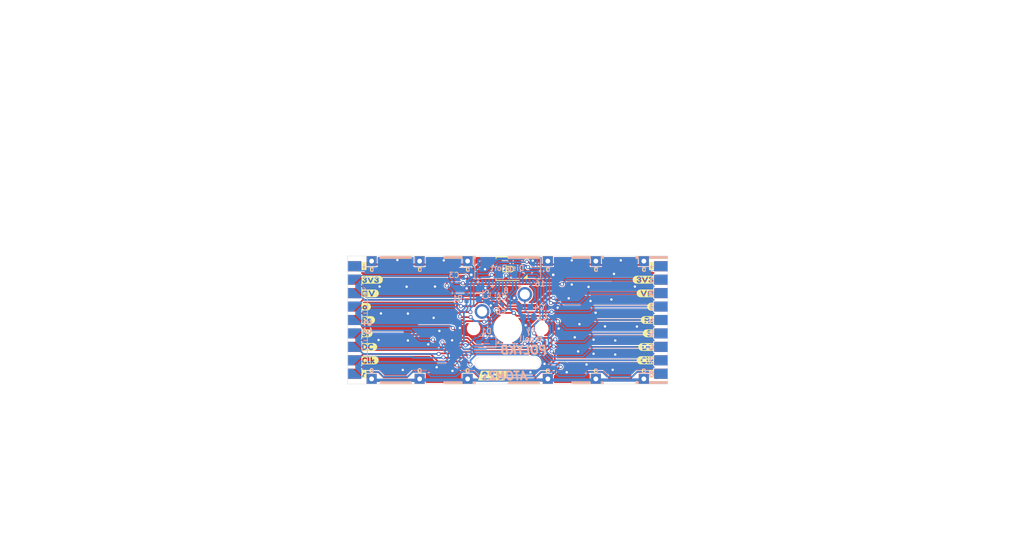
<source format=kicad_pcb>
(kicad_pcb (version 20211014) (generator pcbnew)
  (title_block (title "PolyKB Atom") (date "2022-02-01") (rev "2.1") (company "thpoll"))
  (layers (0 "F.Cu" signal) (31 "B.Cu" signal) (34 "B.Paste" user) (35 "F.Paste" user) (36 "B.SilkS" user "B.Silkscreen") (37 "F.SilkS" user "F.Silkscreen") (38 "B.Mask" user) (39 "F.Mask" user) (44 "Edge.Cuts" user))
  (net 0 "")
  (net 1 "/Keyboard/sheet605ED2EB/GND")
  (net 2 "/Keyboard/sheet605ED2EB/3V3")
  (net 3 "/Keyboard/sheet605ED2EB/4V2")
  (net 4 "Net-(C4-Pad1)")
  (net 5 "Net-(C5-Pad2)")
  (net 6 "Net-(C5-Pad1)")
  (net 7 "Net-(C6-Pad2)")
  (net 8 "Net-(C6-Pad1)")
  (net 9 "/Keyboard/sheet605ED2EB/CS")
  (net 10 "/Keyboard/sheet605ED2EB/RESET")
  (net 11 "/Keyboard/sheet605ED2EB/D-C")
  (net 12 "/Keyboard/sheet605ED2EB/SCLK")
  (net 13 "/Keyboard/sheet605ED2EB/SDIN")
  (net 14 "/Keyboard/sheet605ED2EB/LED_DIN")
  (net 15 "/Keyboard/sheet605ED2EB/5V")
  (net 16 "Net-(D1-Pad2)")
  (net 17 "/Keyboard/sheet605ED2EB/KeyRow")
  (net 18 "/Keyboard/sheet605ED2EB/KeyCol")
  (net 19 "CS8")
  (net 20 "CS7")
  (net 21 "CS6")
  (net 22 "CS5")
  (net 23 "CS4")
  (net 24 "CS3")
  (net 25 "CS2")
  (net 26 "CS1")
  (net 27 "Net-(C1-Pad1)")
  (footprint "poly_kb:AtomConnect2" (layer "F.Cu") (at 78.9305 63.6778 -90)
    (fp_text reference "J3" hide)
    (fp_text value "WestFront")
  )
  (footprint "poly_kb:AtomConnect2" (layer "F.Cu") (at 124.5235 63.6778 -90)
    (fp_text reference "J4" hide)
    (fp_text value "EastFront")
  )
  (footprint "poly_kb:WS2812B-Mini" (layer "F.Cu") (at 101.727 56.0578)
    (fp_text reference "LED1" hide)
    (fp_text value "WS2812B-Mini")
  )
  (footprint "poly_kb:SW_Cherry_MX_1.00u_PCB_NoSilk" (layer "F.Cu") (at 104.267 59.8678)
    (fp_text reference "SW1" hide)
    (fp_text value "SW_Push")
  )
  (footprint "poly_kb:TestPoin_1.5x1.5mm_Drill0.7mm" (layer "F.Cu") (at 107.696 54.9148)
    (fp_text reference "J2" hide)
    (fp_text value "North")
  )
  (footprint "poly_kb:TestPoin_1.5x1.5mm_Drill0.7mm" (layer "F.Cu") (at 95.758 54.9148)
    (fp_text reference "J8" hide)
    (fp_text value "North2")
  )
  (footprint "poly_kb:TestPoin_1.5x1.5mm_Drill0.7mm" (layer "F.Cu") (at 107.696 72.4408)
    (fp_text reference "J9" hide)
    (fp_text value "South2")
  )
  (footprint "poly_kb:TestPoin_1.5x1.5mm_Drill0.7mm" (layer "F.Cu") (at 95.758 72.4408)
    (fp_text reference "J7" hide)
    (fp_text value "South")
  )
  (footprint "kibuzzard-61EFD908" (layer "F.Cu") (at 80.3275 71.7042)
    (fp_text reference "kibuzzard-61EFD908" hide)
    (fp_text value "G***" hide)
  )
  (footprint "poly_kb:TestPoin_1.5x1.5mm_Drill0.7mm" (layer "F.Cu") (at 121.98375 54.9148)
    (fp_text reference "J2" hide)
    (fp_text value "North")
  )
  (footprint "kibuzzard-61EFBE87" (layer "F.Cu") (at 81.7499 59.7154)
    (fp_text reference "kibuzzard-61EFBE87" hide)
    (fp_text value "G***" hide)
  )
  (footprint "kibuzzard-61EFDAC6" (layer "F.Cu") (at 123.0757 61.6966)
    (fp_text reference "kibuzzard-61EFDAC6" hide)
    (fp_text value "G***" hide)
  )
  (footprint "kibuzzard-61EFBE2C" (layer "F.Cu") (at 81.1403 67.691)
    (fp_text reference "kibuzzard-61EFBE2C" hide)
    (fp_text value "G***" hide)
  )
  (footprint "poly_kb:TestPoin_1.5x1.5mm_Drill0.7mm" (layer "F.Cu") (at 114.83975 54.9148)
    (fp_text reference "J2" hide)
    (fp_text value "North")
  )
  (footprint "kibuzzard-61EFD947" (layer "F.Cu") (at 123.1265 55.6514)
    (fp_text reference "kibuzzard-61EFD947" hide)
    (fp_text value "G***" hide)
  )
  (footprint "poly_kb:TestPoin_1.5x1.5mm_Drill0.7mm" (layer "F.Cu") (at 121.98375 72.4408)
    (fp_text reference "J9" hide)
    (fp_text value "South2")
  )
  (footprint "kibuzzard-61EFA8F1" (layer "F.Cu") (at 122.2121 69.6722)
    (fp_text reference "kibuzzard-61EFA8F1" hide)
    (fp_text value "G***" hide)
  )
  (footprint "poly_kb:TestPoin_1.5x1.5mm_Drill0.7mm" (layer "F.Cu") (at 81.47025 72.4408)
    (fp_text reference "J7" hide)
    (fp_text value "South")
  )
  (footprint "kibuzzard-61EFDAA0" (layer "F.Cu") (at 80.6831 61.6966)
    (fp_text reference "kibuzzard-61EFDAA0" hide)
    (fp_text value "G***" hide)
  )
  (footprint "kibuzzard-6209649F" (layer "F.Cu") (at 99.502 71.9528)
    (fp_text reference "kibuzzard-6209649F" hide)
    (fp_text value "G***" hide)
  )
  (footprint "kibuzzard-61EFD7F9" (layer "F.Cu") (at 122.6693 65.659)
    (fp_text reference "kibuzzard-61EFD7F9" hide)
    (fp_text value "G***" hide)
  )
  (footprint "kibuzzard-61EFD863" (layer "F.Cu") (at 121.9073 57.6834)
    (fp_text reference "kibuzzard-61EFD863" hide)
    (fp_text value "G***" hide)
  )
  (footprint "kibuzzard-61EFD879" (layer "F.Cu") (at 81.5565 57.6906)
    (fp_text reference "kibuzzard-61EFD879" hide)
    (fp_text value "G***" hide)
  )
  (footprint "kibuzzard-61EFD908" (layer "F.Cu") (at 123.1265 71.7042)
    (fp_text reference "kibuzzard-61EFD908" hide)
    (fp_text value "G***" hide)
  )
  (footprint "kibuzzard-61EFACF9" (layer "F.Cu") (at 121.7041 59.7154)
    (fp_text reference "kibuzzard-61EFACF9" hide)
    (fp_text value "G***" hide)
  )
  (footprint "poly_kb:TestPoin_1.5x1.5mm_Drill0.7mm" (layer "F.Cu") (at 81.47025 54.9148)
    (fp_text reference "J10" hide)
    (fp_text value "North2")
  )
  (footprint "kibuzzard-61EFDAEE" (layer "F.Cu") (at 80.966739 63.677507)
    (fp_text reference "kibuzzard-61EFDAEE" hide)
    (fp_text value "G***" hide)
  )
  (footprint "kibuzzard-61EFBE21" (layer "F.Cu") (at 80.7847 65.659)
    (fp_text reference "kibuzzard-61EFBE21" hide)
    (fp_text value "G***" hide)
  )
  (footprint "poly_kb:TestPoin_1.5x1.5mm_Drill0.7mm" (layer "F.Cu") (at 88.61425 54.9148)
    (fp_text reference "J10" hide)
    (fp_text value "North2")
  )
  (footprint "kibuzzard-61EFABBF" (layer "F.Cu") (at 122.3137 67.691)
    (fp_text reference "kibuzzard-61EFABBF" hide)
    (fp_text value "G***" hide)
  )
  (footprint "kibuzzard-61EFD947" (layer "F.Cu") (at 80.3275 55.6514)
    (fp_text reference "kibuzzard-61EFD947" hide)
    (fp_text value "G***" hide)
  )
  (footprint "poly_kb:TestPoin_1.5x1.5mm_Drill0.7mm" (layer "F.Cu") (at 88.61425 72.4408)
    (fp_text reference "J7" hide)
    (fp_text value "South")
  )
  (footprint "kibuzzard-61EFBE3D" (layer "F.Cu") (at 81.2419 69.6722)
    (fp_text reference "kibuzzard-61EFBE3D" hide)
    (fp_text value "G***" hide)
  )
  (footprint "kibuzzard-61EFAA6D" (layer "F.Cu") (at 122.5169 63.6778)
    (fp_text reference "kibuzzard-61EFAA6D" hide)
    (fp_text value "G***" hide)
  )
  (footprint "poly_kb:TestPoin_1.5x1.5mm_Drill0.7mm" (layer "F.Cu") (at 114.83975 72.4408)
    (fp_text reference "J9" hide)
    (fp_text value "South2")
  )
  (footprint "Capacitor_SMD:C_0603_1608Metric" (layer "B.Cu") (at 104.802 63.2528 180)
    (fp_text reference "C1")
    (fp_text value "2.2uF")
  )
  (footprint "Capacitor_SMD:C_0603_1608Metric" (layer "B.Cu") (at 97.409 59.8046 90)
    (fp_text reference "C2")
    (fp_text value "2.2uF")
  )
  (footprint "Capacitor_SMD:C_0402_1005Metric" (layer "B.Cu") (at 95.123 56.9468 90)
    (fp_text reference "C3" hide)
    (fp_text value "1uF")
  )
  (footprint "Capacitor_SMD:C_0603_1608Metric" (layer "B.Cu") (at 104.302 61.7528 180)
    (fp_text reference "C4")
    (fp_text value "4.7uF")
  )
  (footprint "Capacitor_SMD:C_0402_1005Metric" (layer "B.Cu") (at 99.4918 60.0176 90)
    (fp_text reference "C5")
    (fp_text value "1uF")
  )
  (footprint "Capacitor_SMD:C_0402_1005Metric" (layer "B.Cu") (at 100.457 61.3918)
    (fp_text reference "C6")
    (fp_text value "1uF")
  )
  (footprint "poly_kb:D_SOD-323Ext" (layer "B.Cu") (at 98.425 66.9528 180)
    (fp_text reference "D1")
    (fp_text value "D_Small")
  )
  (footprint "poly_kb:FPC_16_JUSHUO_AFC05_S16FIA_00" (layer "B.Cu") (at 101.727 57.9628)
    (fp_text reference "J1" hide)
    (fp_text value "Conn_01x16")
  )
  (footprint "poly_kb:AtomConnect2" (layer "B.Cu") (at 124.5235 63.6778 -90)
    (fp_text reference "J6" hide)
    (fp_text value "EastBack")
  )
  (footprint "poly_kb:AtomConnectCS" (layer "B.Cu") (at 78.9305 63.6778 -90)
    (fp_text reference "J5" hide)
    (fp_text value "WestBack")
  )
  (footprint "Resistor_SMD:R_0402_1005Metric" (layer "B.Cu") (at 95.602 60.3906 -90)
    (fp_text reference "R1")
    (fp_text value "1M")
  )
  (gr_poly (pts (xy 106.4895 73.2282) (xy 101.727 73.2282) (xy 101.727 72.7964) (xy 106.4895 72.7964)) (layer "B.SilkS") (width 0) (fill solid))
  (gr_poly (pts (xy 94.9706 54.5608) (xy 92.1766 54.5608) (xy 92.1766 54.1274) (xy 94.9706 54.1274)) (layer "B.SilkS") (width 0) (fill solid))
  (gr_poly (pts (xy 96.9645 54.5608) (xy 96.5454 54.5608) (xy 96.5454 54.1274) (xy 96.9645 54.1274)) (layer "B.SilkS") (width 0) (fill solid))
  (gr_poly (pts (xy 96.9645 73.2282) (xy 96.5454 73.2282) (xy 96.5454 72.8091) (xy 96.9645 72.8091)) (layer "B.SilkS") (width 0) (fill solid))
  (gr_poly (pts (xy 94.9706 73.2282) (xy 92.202 73.2282) (xy 92.202 72.788864) (xy 94.9706 72.788864)) (layer "B.SilkS") (width 0) (fill solid))
  (gr_line (start 123.1265 55.3466) (end 123.1265 55.7022) (layer "B.SilkS") (width 0.12))
  (gr_line (start 80.8355 63.4238) (end 80.8355 59.3598) (layer "B.SilkS") (width 0.12))
  (gr_line (start 103.502 58.4778) (end 103.502 58.9278) (layer "B.SilkS") (width 0.12))
  (gr_line (start 80.3275 66.7258) (end 80.8355 66.7258) (layer "B.SilkS") (width 0.12))
  (gr_line (start 103.327 58.7528) (end 103.677 58.7528) (layer "B.SilkS") (width 0.12))
  (gr_line (start 80.3275 55.3466) (end 80.3275 55.7022) (layer "B.SilkS") (width 0.12))
  (gr_line (start 80.8355 69.5198) (end 80.3275 70.0278) (layer "B.SilkS") (width 0.12))
  (gr_line (start 80.3275 55.7022) (end 80.0735 55.7022) (layer "B.SilkS") (width 0.12))
  (gr_line (start 99.302 58.7528) (end 99.652 58.7528) (layer "B.SilkS") (width 0.12))
  (gr_line (start 123.0757 56.007) (end 123.1773 56.007) (layer "B.SilkS") (width 0.12))
  (gr_line (start 80.3275 55.7022) (end 80.5815 55.7022) (layer "B.SilkS") (width 0.12))
  (gr_line (start 99.402 58.7028) (end 99.552 58.7028) (layer "B.SilkS") (width 0.12))
  (gr_line (start 103.427 58.7028) (end 103.577 58.7028) (layer "B.SilkS") (width 0.12))
  (gr_poly (pts (xy 120.7645 54.1448) (xy 121.1836 54.1448) (xy 121.1836 54.5782) (xy 120.7645 54.5782)) (layer "B.SilkS") (width 0) (fill solid))
  (gr_line (start 99.477 58.4778) (end 99.302 58.7528) (layer "B.SilkS") (width 0.12))
  (gr_line (start 103.677 58.7528) (end 103.502 58.4778) (layer "B.SilkS") (width 0.12))
  (gr_line (start 123.1265 55.7022) (end 123.3805 55.7022) (layer "B.SilkS") (width 0.12))
  (gr_line (start 123.1265 55.7022) (end 122.8725 55.7022) (layer "B.SilkS") (width 0.12))
  (gr_poly (pts (xy 116.0145 54.5608) (xy 115.5954 54.5608) (xy 115.5954 54.1274) (xy 116.0145 54.1274)) (layer "B.SilkS") (width 0) (fill solid))
  (gr_poly (pts (xy 106.4895 54.5608) (xy 101.727 54.5608) (xy 101.727 54.1274) (xy 106.4895 54.1274)) (layer "B.SilkS") (width 0) (fill solid))
  (gr_line (start 80.1751 55.8546) (end 80.4799 55.8546) (layer "B.SilkS") (width 0.12))
  (gr_poly (pts (xy 120.7645 72.7774) (xy 121.1836 72.7774) (xy 121.1836 73.1965) (xy 120.7645 73.1965)) (layer "B.SilkS") (width 0) (fill solid))
  (gr_line (start 80.3275 62.6618) (end 80.8355 62.6618) (layer "B.SilkS") (width 0.12))
  (gr_poly (pts (xy 87.4395 54.5608) (xy 82.677 54.5608) (xy 82.677 54.1274) (xy 87.4395 54.1274)) (layer "B.SilkS") (width 0) (fill solid))
  (gr_line (start 99.652 58.7528) (end 99.477 58.4778) (layer "B.SilkS") (width 0.12))
  (gr_line (start 80.8355 65.9638) (end 80.8355 69.5198) (layer "B.SilkS") (width 0.12))
  (gr_poly (pts (xy 87.4395 73.2282) (xy 82.677 73.2282) (xy 82.677 72.7964) (xy 87.4395 72.7964)) (layer "B.SilkS") (width 0) (fill solid))
  (gr_line (start 103.502 58.4778) (end 103.327 58.7528) (layer "B.SilkS") (width 0.12))
  (gr_line (start 101.477 58.6528) (end 101.477 58.4778) (layer "B.SilkS") (width 0.12))
  (gr_poly (pts (xy 114.0206 73.2282) (xy 111.252 73.2282) (xy 111.252 72.788864) (xy 114.0206 72.788864)) (layer "B.SilkS") (width 0) (fill solid))
  (gr_line (start 80.8355 59.3598) (end 80.3275 58.8518) (layer "B.SilkS") (width 0.12))
  (gr_poly (pts (xy 122.7584 54.1448) (xy 125.5524 54.1448) (xy 125.5524 54.5782) (xy 122.7584 54.5782)) (layer "B.SilkS") (width 0) (fill solid))
  (gr_poly (pts (xy 122.7584 72.7774) (xy 125.527 72.7774) (xy 125.527 73.216736) (xy 122.7584 73.216736)) (layer "B.SilkS") (width 0) (fill solid))
  (gr_poly (pts (xy 116.0145 73.2282) (xy 115.5954 73.2282) (xy 115.5954 72.8091) (xy 116.0145 72.8091)) (layer "B.SilkS") (width 0) (fill solid))
  (gr_line (start 122.9741 55.8546) (end 123.2789 55.8546) (layer "B.SilkS") (width 0.12))
  (gr_line (start 99.477 58.4778) (end 99.477 58.9278) (layer "B.SilkS") (width 0.12))
  (gr_line (start 80.2767 56.007) (end 80.3783 56.007) (layer "B.SilkS") (width 0.12))
  (gr_poly (pts (xy 114.0206 54.5608) (xy 111.2266 54.5608) (xy 111.2266 54.1274) (xy 114.0206 54.1274)) (layer "B.SilkS") (width 0) (fill solid))
  (gr_poly (pts (xy 106.4895 54.5608) (xy 101.727 54.5608) (xy 101.727 54.1274) (xy 106.4895 54.1274)) (layer "F.SilkS") (width 0) (fill solid))
  (gr_line (start 80.5053 59.2582) (end 80.5053 59.309) (layer "F.SilkS") (width 0.12))
  (gr_line (start 122.5169 59.2074) (end 122.5169 60.2234) (layer "F.SilkS") (width 0.135))
  (gr_line (start 123.4313 59.2074) (end 123.4313 60.2234) (layer "F.SilkS") (width 0.135))
  (gr_line (start 122.9995 59.309) (end 122.9487 59.309) (layer "F.SilkS") (width 0.12))
  (gr_line (start 122.9995 59.2582) (end 122.9995 59.309) (layer "F.SilkS") (width 0.12))
  (gr_line (start 80.7593 59.309) (end 80.7593 59.2074) (layer "F.SilkS") (width 0.12))
  (gr_poly (pts (xy 114.0206 73.2282) (xy 111.2266 73.2282) (xy 111.2266 72.8218) (xy 114.0206 72.8218)) (layer "F.SilkS") (width 0) (fill solid))
  (gr_line (start 122.6947 59.309) (end 122.6947 59.2074) (layer "F.SilkS") (width 0.12))
  (gr_line (start 80.0227 59.2074) (end 80.9879 59.2074) (layer "F.SilkS") (width 0.135))
  (gr_line (start 80.4545 59.309) (end 80.4545 59.2582) (layer "F.SilkS") (width 0.12))
  (gr_line (start 80.9117 59.309) (end 80.7593 59.309) (layer "F.SilkS") (width 0.12))
  (gr_poly (pts (xy 87.4395 54.5608) (xy 82.677 54.5608) (xy 82.677 54.1274) (xy 87.4395 54.1274)) (layer "F.SilkS") (width 0) (fill solid))
  (gr_poly (pts (xy 122.7584 54.1448) (xy 125.5524 54.1448) (xy 125.5524 54.5782) (xy 122.7584 54.5782)) (layer "F.SilkS") (width 0) (fill solid))
  (gr_poly (pts (xy 114.0206 54.5608) (xy 111.2266 54.5608) (xy 111.2266 54.1274) (xy 114.0206 54.1274)) (layer "F.SilkS") (width 0) (fill solid))
  (gr_line (start 80.9879 60.2234) (end 80.0227 60.2234) (layer "F.SilkS") (width 0.135))
  (gr_line (start 80.0735 59.309) (end 80.2005 59.309) (layer "F.SilkS") (width 0.12))
  (gr_line (start 122.7455 59.563) (end 123.2027 59.563) (layer "F.SilkS") (width 0.12))
  (gr_line (start 80.0227 59.2074) (end 80.0227 60.2234) (layer "F.SilkS") (width 0.135))
  (gr_line (start 123.4059 59.309) (end 123.2535 59.309) (layer "F.SilkS") (width 0.12))
  (gr_poly (pts (xy 96.9645 54.5608) (xy 96.5454 54.5608) (xy 96.5454 54.1274) (xy 96.9645 54.1274)) (layer "F.SilkS") (width 0) (fill solid))
  (gr_line (start 80.2513 59.563) (end 80.7085 59.563) (layer "F.SilkS") (width 0.12))
  (gr_line (start 80.2513 59.9694) (end 80.7085 59.9694) (layer "F.SilkS") (width 0.12))
  (gr_poly (pts (xy 94.9706 54.5608) (xy 92.1766 54.5608) (xy 92.1766 54.1274) (xy 94.9706 54.1274)) (layer "F.SilkS") (width 0) (fill solid))
  (gr_line (start 123.2027 59.7662) (end 122.7455 59.7662) (layer "F.SilkS") (width 0.12))
  (gr_poly (pts (xy 120.7645 54.1448) (xy 121.1836 54.1448) (xy 121.1836 54.5782) (xy 120.7645 54.5782)) (layer "F.SilkS") (width 0) (fill solid))
  (gr_line (start 123.2535 59.309) (end 123.2535 59.2074) (layer "F.SilkS") (width 0.12))
  (gr_line (start 80.5053 59.309) (end 80.4545 59.309) (layer "F.SilkS") (width 0.12))
  (gr_line (start 123.4313 60.2234) (end 122.4661 60.2234) (layer "F.SilkS") (width 0.135))
  (gr_line (start 122.5677 59.309) (end 122.6947 59.309) (layer "F.SilkS") (width 0.12))
  (gr_line (start 80.7085 59.7662) (end 80.2513 59.7662) (layer "F.SilkS") (width 0.12))
  (gr_poly (pts (xy 96.9645 73.2282) (xy 96.5454 73.2282) (xy 96.5454 72.8218) (xy 96.9645 72.8218)) (layer "F.SilkS") (width 0) (fill solid))
  (gr_line (start 80.2005 59.309) (end 80.2005 59.2074) (layer "F.SilkS") (width 0.12))
  (gr_poly (pts (xy 106.4895 73.2282) (xy 101.727 73.2282) (xy 101.727 72.8218) (xy 106.4895 72.8218)) (layer "F.SilkS") (width 0) (fill solid))
  (gr_line (start 122.7455 59.9694) (end 123.2027 59.9694) (layer "F.SilkS") (width 0.12))
  (gr_poly (pts (xy 116.0145 73.2282) (xy 115.5954 73.2282) (xy 115.5954 72.8218) (xy 116.0145 72.8218)) (layer "F.SilkS") (width 0) (fill solid))
  (gr_poly (pts (xy 120.7645 72.7774) (xy 121.1836 72.7774) (xy 121.1836 73.1838) (xy 120.7645 73.1838)) (layer "F.SilkS") (width 0) (fill solid))
  (gr_line (start 80.9371 59.2074) (end 80.9371 60.2234) (layer "F.SilkS") (width 0.135))
  (gr_poly (pts (xy 122.7584 72.7774) (xy 125.5524 72.7774) (xy 125.5524 73.1838) (xy 122.7584 73.1838)) (layer "F.SilkS") (width 0) (fill solid))
  (gr_poly (pts (xy 116.0145 54.5608) (xy 115.5954 54.5608) (xy 115.5954 54.1274) (xy 116.0145 54.1274)) (layer "F.SilkS") (width 0) (fill solid))
  (gr_line (start 122.9487 59.309) (end 122.9487 59.2582) (layer "F.SilkS") (width 0.12))
  (gr_line (start 122.4661 59.2074) (end 123.4313 59.2074) (layer "F.SilkS") (width 0.135))
  (gr_poly (pts (xy 87.4395 73.2282) (xy 82.677 73.2282) (xy 82.677 72.8218) (xy 87.4395 72.8218)) (layer "F.SilkS") (width 0) (fill solid))
  (gr_poly (pts (xy 94.9706 73.2282) (xy 92.1766 73.2282) (xy 92.1766 72.8218) (xy 94.9706 72.8218)) (layer "F.SilkS") (width 0) (fill solid))
  (gr_line (start 125.5395 54.1528) (end 77.9145 54.1528) (layer "Edge.Cuts") (width 0.05))
  (gr_line (start 77.9145 54.1528) (end 77.9145 73.2028) (layer "Edge.Cuts") (width 0.05))
  (gr_line (start 125.5395 54.1528) (end 125.5395 73.2028) (layer "Edge.Cuts") (width 0.05))
  (gr_line (start 125.5395 73.2028) (end 77.9145 73.2028) (layer "Edge.Cuts") (width 0.05))
  (gr_arc (start 105.718 69.1388) (mid 106.607 70.0278) (end 105.718 70.9168) (layer "Edge.Cuts") (width 0.05))
  (gr_line (start 105.718 69.1388) (end 97.736 69.1388) (layer "Edge.Cuts") (width 0.05))
  (gr_arc (start 97.736 70.9168) (mid 96.847 70.0278) (end 97.736 69.1388) (layer "Edge.Cuts") (width 0.05))
  (gr_line (start 105.718 70.9168) (end 97.736 70.9168) (layer "Edge.Cuts") (width 0.05))
  (gr_text "ATOM2" (at 101.7778 71.9963) (layer "B.SilkS") (effects (font (size 1.2 1.2) (thickness 0.3) italic) (justify mirror)))
  (gr_text "1" (at 123.1265 57.7088) (layer "B.SilkS") (effects (font (size 0.8 0.8) (thickness 0.153)) (justify mirror)))
  (gr_text "c" (at 95.7834 71.12) (layer "B.SilkS") (effects (font (size 0.8 0.8) (thickness 0.153)) (justify mirror)))
  (gr_text "c" (at 107.7214 71.1454) (layer "B.SilkS") (effects (font (size 0.8 0.8) (thickness 0.153)) (justify mirror)))
  (gr_text "c" (at 95.7834 56.0578) (layer "B.SilkS") (effects (font (size 0.8 0.8) (thickness 0.153)) (justify mirror)))
  (gr_text ".1" (at 98.5012 72.2503) (layer "B.SilkS") (effects (font (size 0.8 0.8) (thickness 0.153)) (justify mirror)))
  (gr_text "4" (at 123.1265 63.741299) (layer "B.SilkS") (effects (font (size 0.8 0.8) (thickness 0.153)) (justify mirror)))
  (gr_text "POLYKB" (at 104.14 68.1482) (layer "B.SilkS") (effects (font (size 1.2 1.2) (thickness 0.3) italic) (justify mirror)))
  (gr_text "c" (at 122.00915 71.1454) (layer "B.SilkS") (effects (font (size 0.8 0.8) (thickness 0.153)) (justify mirror)))
  (gr_text "c" (at 81.49565 56.0578) (layer "B.SilkS") (effects (font (size 0.8 0.8) (thickness 0.153)) (justify mirror)))
  (gr_text "c" (at 88.63965 56.0578) (layer "B.SilkS") (effects (font (size 0.8 0.8) (thickness 0.153)) (justify mirror)))
  (gr_text "." (at 100.302 66.5028) (layer "B.SilkS") (effects (font (size 1.2 1.2) (thickness 0.25)) (justify mirror)))
  (gr_text "2" (at 123.1265 59.719633) (layer "B.SilkS") (effects (font (size 0.8 0.8) (thickness 0.153)) (justify mirror)))
  (gr_text "c" (at 114.86515 56.0578) (layer "B.SilkS") (effects (font (size 0.8 0.8) (thickness 0.153)) (justify mirror)))
  (gr_text "5" (at 123.1265 65.752132) (layer "B.SilkS") (effects (font (size 0.8 0.8) (thickness 0.153)) (justify mirror)))
  (gr_text "6" (at 123.1265 67.762965) (layer "B.SilkS") (effects (font (size 0.8 0.8) (thickness 0.153)) (justify mirror)))
  (gr_text "by\nthpoll" (at 105.156 65.8368) (layer "B.SilkS") (effects (font (size 0.8 0.8)) (justify mirror)))
  (gr_text "8" (at 101.477 59.3278) (layer "B.SilkS") (effects (font (size 0.8 0.8) (thickness 0.153)) (justify mirror)))
  (gr_text "16" (at 106.527 58.2778) (layer "B.SilkS") (effects (font (size 0.8 0.8) (thickness 0.153)) (justify mirror)))
  (gr_text "C3" (at 93.752 57.0028) (layer "B.SilkS") (effects (font (size 0.8 0.8)) (justify mirror)))
  (gr_text "c" (at 107.7214 56.0578) (layer "B.SilkS") (effects (font (size 0.8 0.8) (thickness 0.153)) (justify mirror)))
  (gr_text "c" (at 88.63965 71.12) (layer "B.SilkS") (effects (font (size 0.8 0.8) (thickness 0.153)) (justify mirror)))
  (gr_text "DispPort" (at 101.6762 55.9562) (layer "B.SilkS") (effects (font (size 0.8 0.8) (thickness 0.153)) (justify mirror)))
  (gr_text "c" (at 122.00915 56.0578) (layer "B.SilkS") (effects (font (size 0.8 0.8) (thickness 0.153)) (justify mirror)))
  (gr_text "3" (at 123.1265 61.730466) (layer "B.SilkS") (effects (font (size 0.8 0.8) (thickness 0.153)) (justify mirror)))
  (gr_text "c" (at 81.49565 71.12) (layer "B.SilkS") (effects (font (size 0.8 0.8) (thickness 0.153)) (justify mirror)))
  (gr_text "CS" (at 80.8355 64.6938 270) (layer "B.SilkS") (effects (font (size 1 1.2) (thickness 0.25)) (justify mirror)))
  (gr_text "." (at 97.352 57.5278) (layer "B.SilkS") (effects (font (size 1.2 1.2) (thickness 0.25)) (justify mirror)))
  (gr_text "c" (at 114.86515 71.1454) (layer "B.SilkS") (effects (font (size 0.8 0.8) (thickness 0.153)) (justify mirror)))
  (gr_text "8" (at 123.1265 71.755) (layer "B.SilkS") (effects (font (size 0.8 0.8) (thickness 0.153)) (justify mirror)))
  (gr_text "7" (at 123.1265 69.7738) (layer "B.SilkS") (effects (font (size 0.8 0.8) (thickness 0.153)) (justify mirror)))
  (gr_text "c" (at 95.7326 71.0946) (layer "F.SilkS") (effects (font (size 0.8 0.8) (thickness 0.153))))
  (gr_text "c" (at 107.7214 56.0578) (layer "F.SilkS") (effects (font (size 0.8 0.8) (thickness 0.153))))
  (gr_text "c" (at 107.6706 71.1454) (layer "F.SilkS") (effects (font (size 0.8 0.8) (thickness 0.153))))
  (gr_text "c" (at 88.63965 56.0578) (layer "F.SilkS") (effects (font (size 0.8 0.8) (thickness 0.153))))
  (gr_text "E" (at 101.727 56.134) (layer "F.SilkS") (effects (font (size 0.8 0.8))))
  (gr_text "c" (at 122.00915 56.0578) (layer "F.SilkS") (effects (font (size 0.8 0.8) (thickness 0.153))))
  (gr_text "c" (at 88.58885 71.0946) (layer "F.SilkS") (effects (font (size 0.8 0.8) (thickness 0.153))))
  (gr_text "D" (at 102.3112 56.134) (layer "F.SilkS") (effects (font (size 0.8 0.8))))
  (gr_text "L" (at 101.1428 56.134) (layer "F.SilkS") (effects (font (size 0.8 0.8))))
  (gr_text "c" (at 114.86515 56.0578) (layer "F.SilkS") (effects (font (size 0.8 0.8) (thickness 0.153))))
  (gr_text "c" (at 121.95835 71.1454) (layer "F.SilkS") (effects (font (size 0.8 0.8) (thickness 0.153))))
  (gr_text "c" (at 95.7834 56.0578) (layer "F.SilkS") (effects (font (size 0.8 0.8) (thickness 0.153))))
  (gr_text "c" (at 114.81435 71.1454) (layer "F.SilkS") (effects (font (size 0.8 0.8) (thickness 0.153))))
  (gr_text "c" (at 81.44485 71.0946) (layer "F.SilkS") (effects (font (size 0.8 0.8) (thickness 0.153))))
  (gr_text "c" (at 81.49565 56.0578) (layer "F.SilkS") (effects (font (size 0.8 0.8) (thickness 0.153))))
  (segment (start 98.407521 56.0578) (end 98.34306 56.122261) (width 0.5) (layer "F.Cu") (net 1))
  (segment (start 101.092 56.0578) (end 98.407521 56.0578) (width 0.5) (layer "F.Cu") (net 1))
  (segment (start 95.662917 58.91646) (end 95.585745 58.993632) (width 0.2921) (layer "F.Cu") (net 1))
  (segment (start 101.490858 56.0578) (end 102.581996 57.148938) (width 0.5) (layer "F.Cu") (net 1))
  (segment (start 98.405358 58.91646) (end 95.662917 58.91646) (width 0.2921) (layer "F.Cu") (net 1))
  (segment (start 102.581996 57.148938) (end 108.305862 57.148938) (width 0.5) (layer "F.Cu") (net 1))
  (segment (start 101.092 56.0578) (end 101.490858 56.0578) (width 0.5) (layer "F.Cu") (net 1))
  (segment (start 98.405358 58.91646) (end 101.21566 58.91646) (width 0.2921) (layer "F.Cu") (net 1))
  (segment (start 101.21566 58.91646) (end 102.702 60.4028) (width 0.2921) (layer "F.Cu") (net 1))
  (segment (start 97.640496 56.824825) (end 98.34306 56.122261) (width 0.5) (layer "F.Cu") (net 1))
  (segment (start 96.503206 56.824825) (end 97.640496 56.824825) (width 0.5) (layer "F.Cu") (net 1))
  (segment (start 108.305862 57.148938) (end 108.502 56.9528) (width 0.5) (layer "F.Cu") (net 1))
  (via (at 109.302 64.9528) (size 0.6096) (drill 0.3556) (layers "F.Cu" "B.Cu") (net 1))
  (via (at 110.802 60.4528) (size 0.6096) (drill 0.3556) (layers "F.Cu" "B.Cu") (net 1))
  (via (at 99.202 61.521322) (size 0.6096) (drill 0.3556) (layers "F.Cu" "B.Cu") (net 1))
  (via (at 82.852 62.7028) (size 0.6096) (drill 0.3556) (layers "F.Cu" "B.Cu") (net 1))
  (via (at 117.1575 60.6298) (size 0.6096) (drill 0.3556) (layers "F.Cu" "B.Cu") (net 1))
  (via (at 86.868 66.7258) (size 0.6096) (drill 0.3556) (layers "F.Cu" "B.Cu") (net 1))
  (via (at 86.106 71.1073) (size 0.6096) (drill 0.3556) (layers "F.Cu" "B.Cu") (net 1))
  (via (at 82.652 58.7028) (size 0.6096) (drill 0.3556) (layers "F.Cu" "B.Cu") (net 1))
  (via (at 110.502 71.4528) (size 0.6096) (drill 0.3556) (layers "F.Cu" "B.Cu") (net 1))
  (via (at 92.202 54.8028) (size 0.6096) (drill 0.3556) (layers "F.Cu" "B.Cu") (net 1))
  (via (at 117.729 68.8213) (size 0.6096) (drill 0.3556) (layers "F.Cu" "B.Cu") (net 1))
  (via (at 117.5385 56.8198) (size 0.6096) (drill 0.3556) (layers "F.Cu" "B.Cu") (net 1))
  (via (at 116.205 64.6303) (size 0.6096) (drill 0.3556) (layers "F.Cu" "B.Cu") (net 1))
  (via (at 104.394 64.4652) (size 0.6096) (drill 0.3556) (layers "F.Cu" "B.Cu") (net 1))
  (via (at 94.602 64.8641) (size 0.6096) (drill 0.3556) (layers "F.Cu" "B.Cu") (net 1))
  (via (at 93.452 66.7028) (size 0.6096) (drill 0.3556) (layers "F.Cu" "B.Cu") (net 1))
  (via (at 113.752 58.7528) (size 0.6096) (drill 0.3556) (layers "F.Cu" "B.Cu") (net 1))
  (via (at 93.502 71.2528) (size 0.6096) (drill 0.3556) (layers "F.Cu" "B.Cu") (net 1))
  (via (at 113.452 70.3028) (size 0.6096) (drill 0.3556) (layers "F.Cu" "B.Cu") (net 1))
  (via (at 82.502 66.6528) (size 0.6096) (drill 0.3556) (layers "F.Cu" "B.Cu") (net 1))
  (via (at 101.092 56.0578) (size 0.6096) (drill 0.3556) (layers "F.Cu" "B.Cu") (net 1))
  (via (at 111.252 54.8028) (size 0.6096) (drill 0.3556) (layers "F.Cu" "B.Cu") (net 1))
  (via (at 117.348 71.0941) (size 0.6096) (drill 0.3556) (layers "F.Cu" "B.Cu") (net 1))
  (via (at 120.652 58.7028) (size 0.6096) (drill 0.3556) (layers "F.Cu" "B.Cu") (net 1))
  (via (at 90.902 58.7028) (size 0.6096) (drill 0.3556) (layers "F.Cu" "B.Cu") (net 1))
  (via (at 98.405358 58.91646) (size 0.6096) (drill 0.3556) (layers "F.Cu" "B.Cu") (net 1))
  (via (at 108.502 56.9528) (size 0.8) (drill 0.4) (layers "F.Cu" "B.Cu") (net 1))
  (via (at 91.152 70.7028) (size 0.6096) (drill 0.3556) (layers "F.Cu" "B.Cu") (net 1))
  (via (at 114.052 60.8528) (size 0.6096) (drill 0.3556) (layers "F.Cu" "B.Cu") (net 1))
  (via (at 105.452 54.8528) (size 0.6096) (drill 0.3556) (layers "F.Cu" "B.Cu") (net 1))
  (via (at 86.868 62.7253) (size 0.6096) (drill 0.3556) (layers "F.Cu" "B.Cu") (net 1))
  (via (at 107.202 70.2028) (size 0.6096) (drill 0.3556) (layers "F.Cu" "B.Cu") (net 1))
  (via (at 111.702 66.2528) (size 0.6096) (drill 0.3556) (layers "F.Cu" "B.Cu") (net 1))
  (via (at 111.252 58.4028) (size 0.6096) (drill 0.3556) (layers "F.Cu" "B.Cu") (net 1))
  (via (at 102.702 60.4028) (size 0.6096) (drill 0.3556) (layers "F.Cu" "B.Cu") (net 1))
  (via (at 114.502 68.7028) (size 0.6096) (drill 0.3556) (layers "F.Cu" "B.Cu") (net 1))
  (via (at 91.552 65.3028) (size 0.6096) (drill 0.3556) (layers "F.Cu" "B.Cu") (net 1))
  (via (at 98.34306 56.122261) (size 0.6096) (drill 0.3556) (layers "F.Cu" "B.Cu") (net 1))
  (via (at 89.902 67.3028) (size 0.6096) (drill 0.3556) (layers "F.Cu" "B.Cu") (net 1))
  (via (at 114.502 66.6028) (size 0.6096) (drill 0.3556) (layers "F.Cu" "B.Cu") (net 1))
  (via (at 85.302 54.7528) (size 0.6096) (drill 0.3556) (layers "F.Cu" "B.Cu") (net 1))
  (via (at 86.6775 58.7248) (size 0.6096) (drill 0.3556) (layers "F.Cu" "B.Cu") (net 1))
  (via (at 118.552 54.8028) (size 0.6096) (drill 0.3556) (layers "F.Cu" "B.Cu") (net 1))
  (via (at 114.802 62.6028) (size 0.6096) (drill 0.3556) (layers "F.Cu" "B.Cu") (net 1))
  (via (at 112.202 68.3528) (size 0.6096) (drill 0.3556) (layers "F.Cu" "B.Cu") (net 1))
  (via (at 109.152 61.8528) (size 0.6096) (drill 0.3556) (layers "F.Cu" "B.Cu") (net 1))
  (via (at 95.607733 58.9711) (size 0.6096) (drill 0.3556) (layers "F.Cu" "B.Cu") (net 1))
  (via (at 96.302 56.9547) (size 0.8) (drill 0.4) (layers "F.Cu" "B.Cu") (net 1))
  (via (at 112.402 64.3028) (size 0.6096) (drill 0.3556) (layers "F.Cu" "B.Cu") (net 1))
  (via (at 99.314 66.0908) (size 0.6096) (drill 0.3556) (layers "F.Cu" "B.Cu") (net 1))
  (via (at 120.952 64.6528) (size 0.6096) (drill 0.3556) (layers "F.Cu" "B.Cu") (net 1))
  (via (at 90.702 63.3528) (size 0.6096) (drill 0.3556) (layers "F.Cu" "B.Cu") (net 1))
  (via (at 117.729 66.7258) (size 0.6096) (drill 0.3556) (layers "F.Cu" "B.Cu") (net 1))
  (via (at 105.102 71.4528) (size 0.6096) (drill 0.3556) (layers "F.Cu" "B.Cu") (net 1))
  (segment (start 102.702 60.7528) (end 102.702 60.4028) (width 0.5) (layer "B.Cu") (net 1))
  (segment (start 95.702 58.1028) (end 96.252 57.5528) (width 0.2921) (layer "B.Cu") (net 1))
  (segment (start 103.527 61.6458) (end 103.527 61.5778) (width 0.5) (layer "B.Cu") (net 1))
  (segment (start 98.452 60.7838) (end 99.187 61.5188) (width 0.2921) (layer "B.Cu") (net 1))
  (segment (start 96.252 57.5528) (end 96.252 57.0047) (width 0.2921) (layer "B.Cu") (net 1))
  (segment (start 79.1845 55.6778) (end 79.6915 56.1848) (width 0.5) (layer "B.Cu") (net 1))
  (segment (start 103.527 61.5778) (end 102.702 60.7528) (width 0.5) (layer "B.Cu") (net 1))
  (segment (start 103.5242 62.681) (end 103.5242 61.6458) (width 0.5) (layer "B.Cu") (net 1))
  (segment (start 98.977 58.4778) (end 98.53834 58.91646) (width 0.2921) (layer "B.Cu") (net 1))
  (segment (start 117.148589 56.066711) (end 124.134589 56.066711) (width 0.5) (layer "B.Cu") (net 1))
  (segment (start 97.409 58.8388) (end 97.61881 58.8388) (width 0.2921) (layer "B.Cu") (net 1))
  (segment (start 95.585745 58.993632) (end 95.702 58.877377) (width 0.2921) (layer "B.Cu") (net 1))
  (segment (start 97.977 57.9628) (end 97.977 58.48061) (width 0.2921) (layer "B.Cu") (net 1))
  (segment (start 98.452 58.963102) (end 98.452 60.7838) (width 0.2921) (layer "B.Cu") (net 1))
  (segment (start 108.502 56.9528) (end 116.2625 56.9528) (width 0.5) (layer "B.Cu") (net 1))
  (segment (start 95.23199 56.1848) (end 79.4375 56.1848) (width 0.5) (layer "B.Cu") (net 1))
  (segment (start 95.23199 56.1848) (end 95.23199 56.35781) (width 0.5) (layer "B.Cu") (net 1))
  (segment (start 96.302 56.623619) (end 96.302 56.9547) (width 0.5) (layer "B.Cu") (net 1))
  (segment (start 95.23199 56.1848) (end 95.863181 56.1848) (width 0.5) (layer "B.Cu") (net 1))
  (segment (start 97.977 58.48061) (end 98.405358 58.908968) (width 0.2921) (layer "B.Cu") (net 1))
  (segment (start 95.23199 56.35781) (end 95.123 56.4668) (width 0.5) (layer "B.Cu") (net 1))
  (segment (start 98.405358 58.91646) (end 98.452 58.963102) (width 0.2921) (layer "B.Cu") (net 1))
  (segment (start 96.252 57.0047) (end 96.302 56.9547) (width 0.2921) (layer "B.Cu") (net 1))
  (segment (start 98.53834 58.91646) (end 98.405358 58.91646) (width 0.2921) (layer "B.Cu") (net 1))
  (segment (start 116.2625 56.9528) (end 117.148589 56.066711) (width 0.5) (layer "B.Cu") (net 1))
  (segment (start 104.013 63.1698) (end 103.5242 62.681) (width 0.5) (layer "B.Cu") (net 1))
  (segment (start 79.4375 56.1848) (end 78.9305 55.6778) (width 0.5) (layer "B.Cu") (net 1))
  (segment (start 98.405358 58.908968) (end 98.405358 58.91646) (width 0.2921) (layer "B.Cu") (net 1))
  (segment (start 97.61881 58.8388) (end 97.977 58.48061) (width 0.2921) (layer "B.Cu") (net 1))
  (segment (start 124.134589 56.066711) (end 124.5235 55.6778) (width 0.5) (layer "B.Cu") (net 1))
  (segment (start 98.977 57.9628) (end 98.977 58.4778) (width 0.2921) (layer "B.Cu") (net 1))
  (segment (start 95.702 58.877377) (end 95.702 58.1028) (width 0.2921) (layer "B.Cu") (net 1))
  (segment (start 95.863181 56.1848) (end 96.302 56.623619) (width 0.5) (layer "B.Cu") (net 1))
  (segment (start 101.473 57.0738) (end 101.473 57.5818) (width 0.5) (layer "F.Cu") (net 2))
  (segment (start 93.952 57.7028) (end 92.652 57.7028) (width 0.25) (layer "F.Cu") (net 2))
  (segment (start 95.490562 57.277322) (end 96.014089 57.800849) (width 0.5) (layer "F.Cu") (net 2))
  (segment (start 101.618511 57.727311) (end 101.327489 57.727311) (width 0.5) (layer "F.Cu") (net 2))
  (segment (start 109.354524 57.800849) (end 109.509274 57.646099) (width 0.5) (layer "F.Cu") (net 2))
  (segment (start 101.473 57.5818) (end 101.327489 57.727311) (width 0.5) (layer "F.Cu") (net 2))
  (segment (start 92.652 57.7028) (end 92.652 58.5528) (width 0.25) (layer "F.Cu") (net 2))
  (segment (start 117.37975 57.6778) (end 124.5235 57.6778) (width 0.5) (layer "F.Cu") (net 2))
  (segment (start 124.5235 57.6778) (end 124.491799 57.646099) (width 0.5) (layer "F.Cu") (net 2))
  (segment (start 101.473 57.5818) (end 101.618511 57.727311) (width 0.5) (layer "F.Cu") (net 2))
  (segment (start 95.490562 57.229488) (end 95.490562 57.277322) (width 0.5) (layer "F.Cu") (net 2))
  (segment (start 117.348049 57.646099) (end 117.37975 57.6778) (width 0.5) (layer "F.Cu") (net 2))
  (segment (start 95.490562 57.229488) (end 94.675312 57.229488) (width 0.5) (layer "F.Cu") (net 2))
  (segment (start 109.509274 57.646099) (end 117.348049 57.646099) (width 0.5) (layer "F.Cu") (net 2))
  (segment (start 96.014089 57.800849) (end 109.354524 57.800849) (width 0.5) (layer "F.Cu") (net 2))
  (segment (start 94.675312 57.229488) (end 94.227 57.6778) (width 0.5) (layer "F.Cu") (net 2))
  (segment (start 101.327489 57.727311) (end 101.277489 57.777311) (width 0.5) (layer "F.Cu") (net 2))
  (segment (start 94.227 57.6778) (end 78.9305 57.6778) (width 0.5) (layer "F.Cu") (net 2))
  (via (at 92.652 58.5528) (size 0.6096) (drill 0.3556) (layers "F.Cu" "B.Cu") (net 2))
  (via (at 101.473 57.0738) (size 0.6096) (drill 0.3556) (layers "F.Cu" "B.Cu") (net 2))
  (via (at 95.490562 57.229488) (size 0.6096) (drill 0.3556) (layers "F.Cu" "B.Cu") (net 2))
  (segment (start 95.601043 59.879643) (end 93.978843 59.879643) (width 0.25) (layer "B.Cu") (net 2))
  (segment (start 95.602 59.8806) (end 95.601043 59.879643) (width 0.25) (layer "B.Cu") (net 2))
  (segment (start 101.977 57.9628) (end 101.977 57.2778) (width 0.3) (layer "B.Cu") (net 2))
  (segment (start 95.123 57.4268) (end 95.29325 57.4268) (width 0.3) (layer "B.Cu") (net 2))
  (segment (start 95.29325 57.4268) (end 95.490562 57.229488) (width 0.3) (layer "B.Cu") (net 2))
  (segment (start 93.978843 59.879643) (end 92.652 58.5528) (width 0.25) (layer "B.Cu") (net 2))
  (segment (start 101.773 57.0738) (end 101.473 57.0738) (width 0.3) (layer "B.Cu") (net 2))
  (segment (start 101.977 57.2778) (end 101.773 57.0738) (width 0.3) (layer "B.Cu") (net 2))
  (segment (start 100.895388 60.0028) (end 79.2555 60.0028) (width 0.5) (layer "F.Cu") (net 3))
  (segment (start 79.2555 60.0028) (end 78.9305 59.6778) (width 0.5) (layer "F.Cu") (net 3))
  (segment (start 103.258701 61.109501) (end 103.702 61.5528) (width 0.5) (layer "F.Cu") (net 3))
  (segment (start 105.9919 61.5528) (end 107.8669 59.6778) (width 0.5) (layer "F.Cu") (net 3))
  (segment (start 103.702 61.5528) (end 105.9919 61.5528) (width 0.5) (layer "F.Cu") (net 3))
  (segment (start 101.128688 60.2361) (end 102.002089 61.109501) (width 0.5) (layer "F.Cu") (net 3))
  (segment (start 102.002089 61.109501) (end 103.258701 61.109501) (width 0.5) (layer "F.Cu") (net 3))
  (segment (start 107.8669 59.6778) (end 124.5235 59.6778) (width 0.5) (layer "F.Cu") (net 3))
  (segment (start 101.128688 60.2361) (end 100.895388 60.0028) (width 0.5) (layer "F.Cu") (net 3))
  (via (at 101.128688 60.2361) (size 0.6096) (drill 0.3556) (layers "F.Cu" "B.Cu") (net 3))
  (via (at 97.752 60.0028) (size 0.6096) (drill 0.3556) (layers "F.Cu" "B.Cu") (net 3))
  (segment (start 101.477 57.9628) (end 101.477 59.571705) (width 0.3) (layer "B.Cu") (net 3))
  (segment (start 101.128688 59.920017) (end 101.128688 60.2361) (width 0.3) (layer "B.Cu") (net 3))
  (segment (start 97.409 60.3888) (end 97.752 60.0458) (width 0.3) (layer "B.Cu") (net 3))
  (segment (start 97.752 60.0458) (end 97.752 60.0028) (width 0.3) (layer "B.Cu") (net 3))
  (segment (start 101.477 59.571705) (end 101.128688 59.920017) (width 0.3) (layer "B.Cu") (net 3))
  (segment (start 104.977 58.3486) (end 104.977 57.9628) (width 0.254) (layer "B.Cu") (net 4))
  (segment (start 105.794 60.598892) (end 105.794 59.1656) (width 0.254) (layer "B.Cu") (net 4))
  (segment (start 105.794 59.1656) (end 104.977 58.3486) (width 0.254) (layer "B.Cu") (net 4))
  (segment (start 105.296 61.096892) (end 105.794 60.598892) (width 0.254) (layer "B.Cu") (net 4))
  (segment (start 105.296 61.6458) (end 105.296 61.096892) (width 0.254) (layer "B.Cu") (net 4))
  (segment (start 99.4918 59.35762) (end 99.4918 59.5376) (width 0.254) (layer "B.Cu") (net 5))
  (segment (start 99.977 58.87242) (end 99.4918 59.35762) (width 0.254) (layer "B.Cu") (net 5))
  (segment (start 99.977 57.9628) (end 99.977 58.87242) (width 0.254) (layer "B.Cu") (net 5))
  (segment (start 99.477 58.64911) (end 98.90228 59.22383) (width 0.254) (layer "B.Cu") (net 6))
  (segment (start 98.90228 59.90808) (end 99.4918 60.4976) (width 0.254) (layer "B.Cu") (net 6))
  (segment (start 98.90228 59.22383) (end 98.90228 59.90808) (width 0.254) (layer "B.Cu") (net 6))
  (segment (start 99.477 57.9628) (end 99.477 58.64911) (width 0.254) (layer "B.Cu") (net 6))
  (segment (start 100.544987 60.999787) (end 100.937 61.3918) (width 0.254) (layer "B.Cu") (net 7))
  (segment (start 100.977 57.9628) (end 100.977 59.3826) (width 0.254) (layer "B.Cu") (net 7))
  (segment (start 100.977 59.3826) (end 100.544987 59.814613) (width 0.254) (layer "B.Cu") (net 7))
  (segment (start 100.544987 59.814613) (end 100.544987 60.999787) (width 0.254) (layer "B.Cu") (net 7))
  (segment (start 100.437099 59.070541) (end 100.12752 59.38012) (width 0.254) (layer "B.Cu") (net 8))
  (segment (start 100.477 57.9628) (end 100.437099 58.002701) (width 0.254) (layer "B.Cu") (net 8))
  (segment (start 100.12752 61.24128) (end 99.977 61.3918) (width 0.254) (layer "B.Cu") (net 8))
  (segment (start 100.12752 59.38012) (end 100.12752 61.24128) (width 0.254) (layer "B.Cu") (net 8))
  (segment (start 100.437099 58.002701) (end 100.437099 59.070541) (width 0.254) (layer "B.Cu") (net 8))
  (segment (start 96.202 63.2528) (end 94.7183 63.2528) (width 0.254) (layer "F.Cu") (net 9))
  (segment (start 95.335467 67.335789) (end 92.334989 67.335789) (width 0.254) (layer "F.Cu") (net 9))
  (segment (start 94.7183 63.2528) (end 94.6183 63.1528) (width 0.254) (layer "F.Cu") (net 9))
  (segment (start 95.439446 67.439768) (end 95.335467 67.335789) (width 0.254) (layer "F.Cu") (net 9))
  (segment (start 92.334989 67.335789) (end 92.002 67.0028) (width 0.254) (layer "F.Cu") (net 9))
  (via (at 96.202 63.2528) (size 0.6096) (drill 0.3556) (layers "F.Cu" "B.Cu") (net 9))
  (via (at 92.002 67.0028) (size 0.6096) (drill 0.3556) (layers "F.Cu" "B.Cu") (net 9))
  (via (at 94.6183 63.1528) (size 0.6096) (drill 0.3556) (layers "F.Cu" "B.Cu") (net 9))
  (via (at 95.439446 67.439768) (size 0.6096) (drill 0.3556) (layers "F.Cu" "B.Cu") (net 9))
  (segment (start 94.48378 60.282511) (end 80.650461 60.282511) (width 0.25) (layer "B.Cu") (net 9))
  (segment (start 98.052 64.6028) (end 98.502 64.6028) (width 0.254) (layer "B.Cu") (net 9))
  (segment (start 79.6805 58.1778) (end 79.6805 59.3938) (width 0.25) (layer "B.Cu") (net 9))
  (segment (start 95.602 60.9006) (end 95.602 61.354713) (width 0.254) (layer "B.Cu") (net 9))
  (segment (start 79.6805 67.31255) (end 79.6805 66.1778) (width 0.254) (layer "B.Cu") (net 9))
  (segment (start 94.88416 62.3691) (end 95.340179 61.913081) (width 0.254) (layer "B.Cu") (net 9))
  (segment (start 96.852 66.3528) (end 95.765032 67.439768) (width 0.254) (layer "B.Cu") (net 9))
  (segment (start 80.1555 61.7028) (end 79.6805 62.1778) (width 0.254) (layer "B.Cu") (net 9))
  (segment (start 102.477 59.178277) (end 102.477 57.9628) (width 0.254) (layer "B.Cu") (net 9))
  (segment (start 101.402 62.3028) (end 101.712388 61.992412) (width 0.254) (layer "B.Cu") (net 9))
  (segment (start 92.852 69.4028) (end 92.352 69.9028) (width 0.254) (layer "B.Cu") (net 9))
  (segment (start 80.37075 68.0028) (end 79.6805 67.31255) (width 0.254) (layer "B.Cu") (net 9))
  (segment (start 94.966637 60.281554) (end 94.484737 60.281554) (width 0.25) (layer "B.Cu") (net 9))
  (segment (start 92.002 68.0028) (end 92.002 67.0028) (width 0.254) (layer "B.Cu") (net 9))
  (segment (start 100.802 62.3028) (end 101.402 62.3028) (width 0.254) (layer "B.Cu") (net 9))
  (segment (start 92.002 68.0028) (end 80.37075 68.0028) (width 0.254) (layer "B.Cu") (net 9))
  (segment (start 94.967594 60.282511) (end 94.966637 60.281554) (width 0.25) (layer "B.Cu") (net 9))
  (segment (start 79.9555 69.9028) (end 79.6805 70.1778) (width 0.254) (layer "B.Cu") (net 9))
  (segment (start 92.002 68.0028) (end 92.852 68.8528) (width 0.254) (layer "B.Cu") (net 9))
  (segment (start 97.290479 63.841279) (end 98.052 64.6028) (width 0.254) (layer "B.Cu") (net 9))
  (segment (start 80.650461 60.282511) (end 79.6805 59.31255) (width 0.25) (layer "B.Cu") (net 9))
  (segment (start 98.502 64.6028) (end 100.802 62.3028) (width 0.254) (layer "B.Cu") (net 9))
  (segment (start 94.484737 60.281554) (end 94.48378 60.282511) (width 0.25) (layer "B.Cu") (net 9))
  (segment (start 95.602 61.354713) (end 95.340179 61.616532) (width 0.254) (layer "B.Cu") (net 9))
  (segment (start 94.6183 62.3691) (end 94.88416 62.3691) (width 0.254) (layer "B.Cu") (net 9))
  (segment (start 95.602 60.9006) (end 94.983911 60.282511) (width 0.25) (layer "B.Cu") (net 9))
  (segment (start 96.790479 63.841279) (end 97.290479 63.841279) (width 0.254) (layer "B.Cu") (net 9))
  (segment (start 97.202 66.3528) (end 96.852 66.3528) (width 0.254) (layer "B.Cu") (net 9))
  (segment (start 95.765032 67.439768) (end 95.439446 67.439768) (width 0.254) (layer "B.Cu") (net 9))
  (segment (start 98.052 64.6028) (end 98.052 65.5028) (width 0.254) (layer "B.Cu") (net 9))
  (segment (start 92.852 68.8528) (end 92.852 69.4028) (width 0.254) (layer "B.Cu") (net 9))
  (segment (start 101.712388 61.992412) (end 101.712388 59.942889) (width 0.254) (layer "B.Cu") (net 9))
  (segment (start 79.6805 58.1778) (end 79.6805 58.57505) (width 0.25) (layer "B.Cu") (net 9))
  (segment (start 79.6805 59.31255) (end 79.6805 58.1778) (width 0.25) (layer "B.Cu") (net 9))
  (segment (start 101.712388 59.942889) (end 102.477 59.178277) (width 0.254) (layer "B.Cu") (net 9))
  (segment (start 93.952 61.7028) (end 80.1555 61.7028) (width 0.254) (layer "B.Cu") (net 9))
  (segment (start 94.6183 62.3691) (end 93.952 61.7028) (width 0.254) (layer "B.Cu") (net 9))
  (segment (start 98.052 65.5028) (end 97.202 66.3528) (width 0.254) (layer "B.Cu") (net 9))
  (segment (start 79.6805 66.1778) (end 79.6805 67.17505) (width 0.254) (layer "B.Cu") (net 9))
  (segment (start 94.6183 63.1528) (end 94.6183 62.3691) (width 0.254) (layer "B.Cu") (net 9))
  (segment (start 94.983911 60.282511) (end 94.967594 60.282511) (width 0.25) (layer "B.Cu") (net 9))
  (segment (start 96.202 63.2528) (end 96.790479 63.841279) (width 0.254) (layer "B.Cu") (net 9))
  (segment (start 92.352 69.9028) (end 79.9555 69.9028) (width 0.254) (layer "B.Cu") (net 9))
  (segment (start 95.340179 61.616532) (end 95.340179 61.913081) (width 0.254) (layer "B.Cu") (net 9))
  (segment (start 79.6805 66.1778) (end 79.6805 67.3938) (width 0.254) (layer "B.Cu") (net 9))
  (segment (start 95.513521 63.841279) (end 95.202 64.1528) (width 0.254) (layer "F.Cu") (net 10))
  (segment (start 88.552 64.1528) (end 88.077 63.6778) (width 0.254) (layer "F.Cu") (net 10))
  (segment (start 95.202 64.1528) (end 88.552 64.1528) (width 0.254) (layer "F.Cu") (net 10))
  (segment (start 98.117716 63.841279) (end 95.513521 63.841279) (width 0.254) (layer "F.Cu") (net 10))
  (segment (start 102.628242 62.628023) (end 103.06453 63.064311) (width 0.254) (layer "F.Cu") (net 10))
  (segment (start 109.363511 63.064311) (end 109.977 63.6778) (width 0.254) (layer "F.Cu") (net 10))
  (segment (start 100.474023 62.628023) (end 102.628242 62.628023) (width 0.254) (layer "F.Cu") (net 10))
  (segment (start 100.0506 62.2046) (end 100.474023 62.628023) (width 0.254) (layer "F.Cu") (net 10))
  (segment (start 98.21668 63.940243) (end 98.117716 63.841279) (width 0.254) (layer "F.Cu") (net 10))
  (segment (start 88.077 63.6778) (end 78.9305 63.6778) (width 0.254) (layer "F.Cu") (net 10))
  (segment (start 103.06453 63.064311) (end 109.363511 63.064311) (width 0.254) (layer "F.Cu") (net 10))
  (segment (start 109.977 63.6778) (end 124.5235 63.6778) (width 0.254) (layer "F.Cu") (net 10))
  (via (at 98.21668 63.940243) (size 0.6096) (drill 0.3556) (layers "F.Cu" "B.Cu") (net 10))
  (via (at 102.628242 62.628023) (size 0.6096) (drill 0.3556) (layers "F.Cu" "B.Cu") (net 10))
  (via (at 100.0506 62.2046) (size 0.6096) (drill 0.3556) (layers "F.Cu" "B.Cu") (net 10))
  (segment (start 98.558437 63.940243) (end 98.21668 63.940243) (width 0.254) (layer "B.Cu") (net 10))
  (segment (start 102.118299 62.11808) (end 102.628242 62.628023) (width 0.254) (layer "B.Cu") (net 10))
  (segment (start 100.0506 62.44808) (end 98.558437 63.940243) (width 0.254) (layer "B.Cu") (net 10))
  (segment (start 102.118299 60.111022) (end 102.118299 62.11808) (width 0.254) (layer "B.Cu") (net 10))
  (segment (start 102.977 57.9628) (end 102.977 59.252321) (width 0.254) (layer "B.Cu") (net 10))
  (segment (start 100.0506 62.2046) (end 100.0506 62.44808) (width 0.254) (layer "B.Cu") (net 10))
  (segment (start 102.977 59.252321) (end 102.118299 60.111022) (width 0.254) (layer "B.Cu") (net 10))
  (segment (start 96.11948 68.442412) (end 95.042088 68.442411) (width 0.254) (layer "F.Cu") (net 11))
  (segment (start 94.747289 68.147612) (end 79.400312 68.147612) (width 0.254) (layer "F.Cu") (net 11))
  (segment (start 96.338663 68.661597) (end 96.11948 68.442412) (width 0.254) (layer "F.Cu") (net 11))
  (segment (start 79.400312 68.147612) (end 78.9305 67.6778) (width 0.254) (layer "F.Cu") (net 11))
  (segment (start 107.033982 68.7324) (end 96.459468 68.7324) (width 0.254) (layer "F.Cu") (net 11))
  (segment (start 108.610535 67.6778) (end 124.5235 67.6778) (width 0.254) (layer "F.Cu") (net 11))
  (segment (start 108.565087 67.632347) (end 108.134035 67.632347) (width 0.254) (layer "F.Cu") (net 11))
  (segment (start 108.565086 67.632351) (end 108.610535 67.6778) (width 0.254) (layer "F.Cu") (net 11))
  (segment (start 79.400311 68.147611) (end 78.9305 67.6778) (width 0.254) (layer "F.Cu") (net 11))
  (segment (start 108.134035 67.632347) (end 107.033982 68.7324) (width 0.254) (layer "F.Cu") (net 11))
  (segment (start 108.61054 67.6778) (end 108.565087 67.632347) (width 0.254) (layer "F.Cu") (net 11))
  (segment (start 95.042088 68.442411) (end 94.747289 68.147612) (width 0.254) (layer "F.Cu") (net 11))
  (segment (start 96.388666 68.661598) (end 96.338663 68.661597) (width 0.254) (layer "F.Cu") (net 11))
  (segment (start 96.459468 68.7324) (end 96.388666 68.661598) (width 0.254) (layer "F.Cu") (net 11))
  (via (at 108.565086 67.632351) (size 0.6096) (drill 0.3556) (layers "F.Cu" "B.Cu") (net 11))
  (segment (start 108.245644 67.312904) (end 108.565087 67.632347) (width 0.254) (layer "B.Cu") (net 11))
  (segment (start 103.477 56.8478) (end 103.886 56.4388) (width 0.254) (layer "B.Cu") (net 11))
  (segment (start 107.512044 61.310528) (end 107.384044 61.438528) (width 0.254) (layer "B.Cu") (net 11))
  (segment (start 108.213588 66.728595) (end 108.245644 66.760651) (width 0.254) (layer "B.Cu") (net 11))
  (segment (start 107.384044 57.603518) (end 107.512044 57.731518) (width 0.254) (layer "B.Cu") (net 11))
  (segment (start 103.477 57.9628) (end 103.477 56.8478) (width 0.254) (layer "B.Cu") (net 11))
  (segment (start 103.886 56.4388) (end 106.220738 56.4388) (width 0.254) (layer "B.Cu") (net 11))
  (segment (start 107.384044 61.438528) (end 107.384044 63.198224) (width 0.254) (layer "B.Cu") (net 11))
  (segment (start 106.220738 56.4388) (end 107.384044 57.602107) (width 0.254) (layer "B.Cu") (net 11))
  (segment (start 108.213588 66.153432) (end 108.213588 66.728595) (width 0.254) (layer "B.Cu") (net 11))
  (segment (start 107.512044 57.731518) (end 107.512044 61.310528) (width 0.254) (layer "B.Cu") (net 11))
  (segment (start 108.473511 64.287691) (end 108.473511 65.893509) (width 0.254) (layer "B.Cu") (net 11))
  (segment (start 107.384044 63.198224) (end 108.473511 64.287691) (width 0.254) (layer "B.Cu") (net 11))
  (segment (start 108.473511 65.893509) (end 108.213588 66.153432) (width 0.254) (layer "B.Cu") (net 11))
  (segment (start 107.384044 57.602107) (end 107.384044 57.603518) (width 0.254) (layer "B.Cu") (net 11))
  (segment (start 108.245644 66.760651) (end 108.245644 67.312904) (width 0.254) (layer "B.Cu") (net 11))
  (segment (start 108.727 69.6778) (end 108.727 68.78903) (width 0.254) (layer "F.Cu") (net 12))
  (segment (start 108.741612 69.663188) (end 122.127638 69.663188) (width 0.254) (layer "F.Cu") (net 12))
  (segment (start 90.252 68.7528) (end 80.22075 68.7528) (width 0.254) (layer "F.Cu") (net 12))
  (segment (start 79.29575 69.6778) (end 78.9305 69.6778) (width 0.254) (layer "F.Cu") (net 12))
  (segment (start 97.909443 72.085199) (end 96.716344 70.8921) (width 0.254) (layer "F.Cu") (net 12))
  (segment (start 106.498956 71.005978) (end 105.419735 72.085199) (width 0.254) (layer "F.Cu") (net 12))
  (segment (start 124.508888 69.663188) (end 124.5235 69.6778) (width 0.254) (layer "F.Cu") (net 12))
  (segment (start 108.727 69.6778) (end 107.398822 71.005978) (width 0.254) (layer "F.Cu") (net 12))
  (segment (start 122.14225 69.6778) (end 124.5235 69.6778) (width 0.254) (layer "F.Cu") (net 12))
  (segment (start 105.419735 72.085199) (end 97.909443 72.085199) (width 0.254) (layer "F.Cu") (net 12))
  (segment (start 122.127638 69.663188) (end 122.14225 69.6778) (width 0.254) (layer "F.Cu") (net 12))
  (segment (start 108.727 69.6778) (end 108.741612 69.663188) (width 0.254) (layer "F.Cu") (net 12))
  (segment (start 108.302 68.364033) (end 108.277757 68.33979) (width 0.254) (layer "F.Cu") (net 12))
  (segment (start 95.5913 70.8921) (end 94.540699 69.841499) (width 0.254) (layer "F.Cu") (net 12))
  (segment (start 107.398822 71.005978) (end 106.498956 71.005978) (width 0.254) (layer "F.Cu") (net 12))
  (segment (start 108.727 68.78903) (end 108.277762 68.339792) (width 0.254) (layer "F.Cu") (net 12))
  (segment (start 80.22075 68.7528) (end 79.29575 69.6778) (width 0.254) (layer "F.Cu") (net 12))
  (segment (start 91.340699 69.841499) (end 90.252 68.7528) (width 0.254) (layer "F.Cu") (net 12))
  (segment (start 94.540699 69.841499) (end 91.340699 69.841499) (width 0.254) (layer "F.Cu") (net 12))
  (segment (start 96.716344 70.8921) (end 95.5913 70.8921) (width 0.254) (layer "F.Cu") (net 12))
  (via (at 108.277762 68.339792) (size 0.6096) (drill 0.3556) (layers "F.Cu" "B.Cu") (net 12))
  (segment (start 106.954033 57.780223) (end 106.954033 57.780927) (width 0.254) (layer "B.Cu") (net 12))
  (segment (start 108.044 64.4656) (end 108.044 65.7156) (width 0.254) (layer "B.Cu") (net 12))
  (segment (start 108.044 65.7156) (end 107.784067 65.975533) (width 0.254) (layer "B.Cu") (net 12))
  (segment (start 107.816133 66.93856) (end 107.816133 67.709719) (width 0.254) (layer "B.Cu") (net 12))
  (segment (start 107.784067 65.975533) (end 107.784067 66.906494) (width 0.254) (layer "B.Cu") (net 12))
  (segment (start 106.954033 63.375633) (end 108.044 64.4656) (width 0.254) (layer "B.Cu") (net 12))
  (segment (start 106.042624 56.868811) (end 106.954033 57.780223) (width 0.254) (layer "B.Cu") (net 12))
  (segment (start 106.954033 57.780927) (end 107.082533 57.909427) (width 0.254) (layer "B.Cu") (net 12))
  (segment (start 107.082533 57.909427) (end 107.082533 61.132619) (width 0.254) (layer "B.Cu") (net 12))
  (segment (start 104.344989 56.868811) (end 106.042624 56.868811) (width 0.254) (layer "B.Cu") (net 12))
  (segment (start 106.954033 61.261119) (end 106.954033 63.375633) (width 0.254) (layer "B.Cu") (net 12))
  (segment (start 107.816133 67.709719) (end 108.277757 68.171343) (width 0.254) (layer "B.Cu") (net 12))
  (segment (start 108.277757 68.171343) (end 108.277757 68.33979) (width 0.254) (layer "B.Cu") (net 12))
  (segment (start 107.082533 61.132619) (end 106.954033 61.261119) (width 0.254) (layer "B.Cu") (net 12))
  (segment (start 107.784067 66.906494) (end 107.816133 66.93856) (width 0.254) (layer "B.Cu") (net 12))
  (segment (start 103.977 57.2368) (end 104.344989 56.868811) (width 0.254) (layer "B.Cu") (net 12))
  (segment (start 103.977 57.9628) (end 103.977 57.2368) (width 0.254) (layer "B.Cu") (net 12))
  (segment (start 106.579146 67.873378) (end 98.050758 67.873378) (width 0.254) (layer "F.Cu") (net 13))
  (segment (start 124.4985 65.6528) (end 124.5235 65.6778) (width 0.254) (layer "F.Cu") (net 13))
  (segment (start 107.170429 66.352629) (end 107.170429 67.282095) (width 0.254) (layer "F.Cu") (net 13))
  (segment (start 121.802 65.6528) (end 121.827 65.6778) (width 0.254) (layer "F.Cu") (net 13))
  (segment (start 96.674934 67.849778) (end 95.633866 66.80871) (width 0.254) (layer "F.Cu") (net 13))
  (segment (start 108.022278 66.352629) (end 108.722107 65.6528) (width 0.254) (layer "F.Cu") (net 13))
  (segment (start 98.050758 67.873378) (end 98.027158 67.849778) (width 0.254) (layer "F.Cu") (net 13))
  (segment (start 108.722107 65.6528) (end 121.802 65.6528) (width 0.254) (layer "F.Cu") (net 13))
  (segment (start 106.362651 66.352629) (end 105.6641 65.654078) (width 0.254) (layer "F.Cu") (net 13))
  (segment (start 93.877956 65.9028) (end 86.29925 65.9028) (width 0.254) (layer "F.Cu") (net 13))
  (segment (start 94.783866 66.80871) (end 93.877956 65.9028) (width 0.254) (layer "F.Cu") (net 13))
  (segment (start 107.170429 66.352629) (end 108.022278 66.352629) (width 0.254) (layer "F.Cu") (net 13))
  (segment (start 95.633866 66.80871) (end 94.783866 66.80871) (width 0.254) (layer "F.Cu") (net 13))
  (segment (start 78.9305 65.6778) (end 79.1555 65.9028) (width 0.254) (layer "F.Cu") (net 13))
  (segment (start 121.827 65.6778) (end 124.5235 65.6778) (width 0.254) (layer "F.Cu") (net 13))
  (segment (start 86.07425 65.6778) (end 78.9305 65.6778) (width 0.254) (layer "F.Cu") (net 13))
  (segment (start 98.027158 67.849778) (end 96.674934 67.849778) (width 0.254) (layer "F.Cu") (net 13))
  (segment (start 121.802 65.6528) (end 122.11725 65.6528) (width 0.254) (layer "F.Cu") (net 13))
  (segment (start 86.29925 65.9028) (end 86.07425 65.6778) (width 0.254) (layer "F.Cu") (net 13))
  (segment (start 107.170429 66.352629) (end 106.362651 66.352629) (width 0.254) (layer "F.Cu") (net 13))
  (segment (start 107.170429 67.282095) (end 106.579146 67.873378) (width 0.254) (layer "F.Cu") (net 13))
  (via (at 105.664102 65.654072) (size 0.6096) (drill 0.3556) (layers "F.Cu" "B.Cu") (net 13))
  (segment (start 106.653022 58.087336) (end 106.653022 60.95471) (width 0.254) (layer "B.Cu") (net 13))
  (segment (start 106.524022 61.08371) (end 106.524022 63.567277) (width 0.254) (layer "B.Cu") (net 13))
  (segment (start 106.653022 60.95471) (end 106.524022 61.08371) (width 0.254) (layer "B.Cu") (net 13))
  (segment (start 106.524022 63.567277) (end 105.6641 64.427199) (width 0.254) (layer "B.Cu") (net 13))
  (segment (start 104.477 57.483798) (end 104.661976 57.298822) (width 0.254) (layer "B.Cu") (net 13))
  (segment (start 105.864508 57.298822) (end 106.653022 58.087336) (width 0.254) (layer "B.Cu") (net 13))
  (segment (start 104.477 57.9628) (end 104.477 57.483798) (width 0.254) (layer "B.Cu") (net 13))
  (segment (start 104.661976 57.298822) (end 105.864508 57.298822) (width 0.254) (layer "B.Cu") (net 13))
  (segment (start 105.6641 64.427199) (end 105.6641 65.654078) (width 0.254) (layer "B.Cu") (net 13))
  (segment (start 99.352 56.9528) (end 100.257 56.9528) (width 0.254) (layer "F.Cu") (net 14))
  (segment (start 109.982 61.6778) (end 124.5235 61.6778) (width 0.254) (layer "F.Cu") (net 14))
  (segment (start 94.799304 62.492438) (end 94.172778 61.865912) (width 0.254) (layer "F.Cu") (net 14))
  (segment (start 108.152 61.1528) (end 109.457 61.1528) (width 0.254) (layer "F.Cu") (net 14))
  (segment (start 96.160345 62.492438) (end 94.799304 62.492438) (width 0.254) (layer "F.Cu") (net 14))
  (segment (start 94.172778 61.865912) (end 94.172778 61.073578) (width 0.254) (layer "F.Cu") (net 14))
  (segment (start 80.1845 60.6738) (end 79.1805 61.6778) (width 0.254) (layer "F.Cu") (net 14))
  (segment (start 93.773 60.6738) (end 80.1845 60.6738) (width 0.254) (layer "F.Cu") (net 14))
  (segment (start 104.387994 55.566978) (end 104.611342 55.790326) (width 0.254) (layer "F.Cu") (net 14))
  (segment (start 109.457 61.1528) (end 109.982 61.6778) (width 0.254) (layer "F.Cu") (net 14))
  (segment (start 104.611342 55.790326) (end 104.73857 55.790326) (width 0.254) (layer "F.Cu") (net 14))
  (segment (start 79.1805 61.6778) (end 78.9305 61.6778) (width 0.254) (layer "F.Cu") (net 14))
  (segment (start 100.257 56.9528) (end 100.262 56.9478) (width 0.254) (layer "F.Cu") (net 14))
  (segment (start 94.172778 61.073578) (end 93.773 60.6738) (width 0.254) (layer "F.Cu") (net 14))
  (segment (start 103.491178 55.566978) (end 104.387994 55.566978) (width 0.254) (layer "F.Cu") (net 14))
  (segment (start 103.092 55.1678) (end 103.491178 55.566978) (width 0.254) (layer "F.Cu") (net 14))
  (via (at 99.352 56.9528) (size 0.6096) (drill 0.3556) (layers "F.Cu" "B.Cu") (net 14))
  (via (at 104.73857 55.790326) (size 0.6096) (drill 0.3556) (layers "F.Cu" "B.Cu") (net 14))
  (via (at 108.152 61.1528) (size 0.6096) (drill 0.3556) (layers "F.Cu" "B.Cu") (net 14))
  (via (at 96.160345 62.492438) (size 0.6096) (drill 0.3556) (layers "F.Cu" "B.Cu") (net 14))
  (segment (start 96.160345 61.944455) (end 96.160345 62.492438) (width 0.254) (layer "B.Cu") (net 14))
  (segment (start 107.941555 57.551491) (end 106.398853 56.008789) (width 0.254) (layer "B.Cu") (net 14))
  (segment (start 106.398853 56.008789) (end 104.957033 56.008789) (width 0.254) (layer "B.Cu") (net 14))
  (segment (start 96.65448 58.404821) (end 96.65448 61.45032) (width 0.254) (layer "B.Cu") (net 14))
  (segment (start 97.772189 57.287111) (end 96.65448 58.404821) (width 0.254) (layer "B.Cu") (net 14))
  (segment (start 104.957033 56.008789) (end 104.73857 55.790326) (width 0.254) (layer "B.Cu") (net 14))
  (segment (start 99.017689 57.287111) (end 97.772189 57.287111) (width 0.254) (layer "B.Cu") (net 14))
  (segment (start 107.941555 60.942355) (end 107.941555 57.551491) (width 0.254) (layer "B.Cu") (net 14))
  (segment (start 108.152 61.1528) (end 107.941555 60.942355) (width 0.254) (layer "B.Cu") (net 14))
  (segment (start 96.65448 61.45032) (end 96.160345 61.944455) (width 0.254) (layer "B.Cu") (net 14))
  (segment (start 99.352 56.9528) (end 99.017689 57.287111) (width 0.254) (layer "B.Cu") (net 14))
  (segment (start 97.787 55.1678) (end 101.5228 55.1678) (width 0.5) (layer "F.Cu") (net 15))
  (segment (start 79.4055 56.1528) (end 96.802 56.1528) (width 0.5) (layer "F.Cu") (net 15))
  (segment (start 123.8895 56.0578) (end 124.2695 55.6778) (width 0.5) (layer "F.Cu") (net 15))
  (segment (start 124.134589 56.066711) (end 124.5235 55.6778) (width 0.5) (layer "F.Cu") (net 15))
  (segment (start 105.461612 56.066711) (end 124.134589 56.066711) (width 0.5) (layer "F.Cu") (net 15))
  (segment (start 105.031296 56.497027) (end 105.461612 56.066711) (width 0.5) (layer "F.Cu") (net 15))
  (segment (start 78.9305 55.6778) (end 79.4055 56.1528) (width 0.5) (layer "F.Cu") (net 15))
  (segment (start 104.044706 56.095889) (end 104.445844 56.497027) (width 0.5) (layer "F.Cu") (net 15))
  (segment (start 101.5228 55.1678) (end 102.450889 56.095889) (width 0.5) (layer "F.Cu") (net 15))
  (segment (start 104.445844 56.497027) (end 105.031296 56.497027) (width 0.5) (layer "F.Cu") (net 15))
  (segment (start 79.1845 55.6778) (end 79.551501 56.044801) (width 0.5) (layer "F.Cu") (net 15))
  (segment (start 102.450889 56.095889) (end 104.044706 56.095889) (width 0.5) (layer "F.Cu") (net 15))
  (segment (start 96.802 56.1528) (end 97.787 55.1678) (width 0.5) (layer "F.Cu") (net 15))
  (segment (start 99.016999 63.507799) (end 99.016999 65.422601) (width 0.4) (layer "F.Cu") (net 16))
  (segment (start 97.917 62.4078) (end 99.016999 63.507799) (width 0.4) (layer "F.Cu") (net 16))
  (segment (start 99.016999 65.422601) (end 98.3996 66.04) (width 0.4) (layer "F.Cu") (net 16))
  (via (at 98.3996 66.04) (size 0.6096) (drill 0.3556) (layers "F.Cu" "B.Cu") (net 16))
  (segment (start 98.3996 66.1162) (end 98.3996 66.04) (width 0.4) (layer "B.Cu") (net 16))
  (segment (start 97.536 66.9798) (end 98.3996 66.1162) (width 0.4) (layer "B.Cu") (net 16))
  (segment (start 97.325 66.9798) (end 97.536 66.9798) (width 0.25) (layer "B.Cu") (net 16))
  (segment (start 109.360222 70.069099) (end 110.318299 70.069099) (width 0.254) (layer "F.Cu") (net 17))
  (segment (start 83.252 72.2028) (end 82.461089 71.411889) (width 0.254) (layer "F.Cu") (net 17))
  (segment (start 111.635511 71.386311) (end 115.91925 71.386311) (width 0.254) (layer "F.Cu") (net 17))
  (segment (start 78.9305 71.6778) (end 79.3055 71.3028) (width 0.254) (layer "F.Cu") (net 17))
  (segment (start 106.724589 71.411889) (end 108.017432 71.411889) (width 0.254) (layer "F.Cu") (net 17))
  (segment (start 79.196411 71.411889) (end 78.9305 71.6778) (width 0.254) (layer "F.Cu") (net 17))
  (segment (start 110.318299 70.069099) (end 111.635511 71.386311) (width 0.254) (layer "F.Cu") (net 17))
  (segment (start 124.257589 71.411889) (end 124.5235 71.6778) (width 0.254) (layer "F.Cu") (net 17))
  (segment (start 94.202 70.425199) (end 93.079601 70.425199) (width 0.254) (layer "F.Cu") (net 17))
  (segment (start 86.752 72.2028) (end 83.252 72.2028) (width 0.254) (layer "F.Cu") (net 17))
  (segment (start 119.963928 72.4028) (end 120.954839 71.411889) (width 0.254) (layer "F.Cu") (net 17))
  (segment (start 94.202 70.425199) (end 95.092599 71.315798) (width 0.254) (layer "F.Cu") (net 17))
  (segment (start 115.91925 71.386311) (end 116.935739 72.4028) (width 0.254) (layer "F.Cu") (net 17))
  (segment (start 108.017432 71.411889) (end 109.360222 70.069099) (width 0.254) (layer "F.Cu") (net 17))
  (segment (start 87.652 71.3028) (end 86.752 72.2028) (width 0.254) (layer "F.Cu") (net 17))
  (segment (start 124.5235 71.6778) (end 124.232011 71.386311) (width 0.254) (layer "F.Cu") (net 17))
  (segment (start 105.645367 72.491111) (end 106.724589 71.411889) (width 0.254) (layer "F.Cu") (net 17))
  (segment (start 82.461089 71.411889) (end 79.196411 71.411889) (width 0.254) (layer "F.Cu") (net 17))
  (segment (start 120.954839 71.411889) (end 124.257589 71.411889) (width 0.254) (layer "F.Cu") (net 17))
  (segment (start 116.935739 72.4028) (end 119.963928 72.4028) (width 0.254) (layer "F.Cu") (net 17))
  (segment (start 96.531843 71.315798) (end 97.707156 72.491111) (width 0.254) (layer "F.Cu") (net 17))
  (segment (start 95.092599 71.315798) (end 96.531843 71.315798) (width 0.254) (layer "F.Cu") (net 17))
  (segment (start 93.079601 70.425199) (end 92.202 71.3028) (width 0.254) (layer "F.Cu") (net 17))
  (segment (start 97.707156 72.491111) (end 105.645367 72.491111) (width 0.254) (layer "F.Cu") (net 17))
  (segment (start 92.202 71.3028) (end 87.652 71.3028) (width 0.254) (layer "F.Cu") (net 17))
  (via (at 94.202 70.425199) (size 0.6096) (drill 0.3556) (layers "F.Cu" "B.Cu") (net 17))
  (segment (start 96.752 67.9528) (end 96.894726 67.9528) (width 0.254) (layer "B.Cu") (net 17))
  (segment (start 96.111911 68.492412) (end 95.711431 68.492412) (width 0.254) (layer "B.Cu") (net 17))
  (segment (start 95.711431 68.492412) (end 94.202 70.001843) (width 0.254) (layer "B.Cu") (net 17))
  (segment (start 104.851802 67.470904) (end 104.852993 67.469713) (width 0.254) (layer "B.Cu") (net 17))
  (segment (start 98.657622 67.797178) (end 104.56913 67.797178) (width 0.254) (layer "B.Cu") (net 17))
  (segment (start 104.852993 67.45035) (end 104.85404 67.449303) (width 0.254) (layer "B.Cu") (net 17))
  (segment (start 104.802 63.931549) (end 104.802 62.74605) (width 0.254) (layer "B.Cu") (net 17))
  (segment (start 96.752 67.9528) (end 98.502 67.9528) (width 0.254) (layer "B.Cu") (net 17))
  (segment (start 105.0798 66.4718) (end 105.0798 64.209349) (width 0.254) (layer "B.Cu") (net 17))
  (segment (start 104.56913 67.797178) (end 104.851802 67.514506) (width 0.254) (layer "B.Cu") (net 17))
  (segment (start 105.0798 64.209349) (end 104.802 63.931549) (width 0.254) (layer "B.Cu") (net 17))
  (segment (start 104.85404 67.449303) (end 104.85404 66.69756) (width 0.254) (layer "B.Cu") (net 17))
  (segment (start 104.851802 67.514506) (end 104.851802 67.470904) (width 0.254) (layer "B.Cu") (net 17))
  (segment (start 104.802 62.74605) (end 104.267 62.21105) (width 0.254) (layer "B.Cu") (net 17))
  (segment (start 98.502 67.9528) (end 98.657622 67.797178) (width 0.254) (layer "B.Cu") (net 17))
  (segment (start 104.852993 67.469713) (end 104.852993 67.45035) (width 0.254) (layer "B.Cu") (net 17))
  (segment (start 104.85404 66.69756) (end 105.0798 66.4718) (width 0.254) (layer "B.Cu") (net 17))
  (segment (start 94.202 70.001843) (end 94.202 70.425199) (width 0.254) (layer "B.Cu") (net 17))
  (segment (start 104.267 62.21105) (end 104.267 59.8678) (width 0.254) (layer "B.Cu") (net 17))
  (segment (start 96.651523 67.9528) (end 96.111911 68.492412) (width 0.254) (layer "B.Cu") (net 17))
  (segment (start 96.752 67.9528) (end 96.651523 67.9528) (width 0.254) (layer "B.Cu") (net 17))
  (segment (start 107.696 54.9148) (end 108.184 55.4028) (width 0.254) (layer "F.Cu") (net 18))
  (segment (start 121.412049 55.486501) (end 121.98375 54.9148) (width 0.254) (layer "F.Cu") (net 18))
  (segment (start 95.758 54.9148) (end 95.27 55.4028) (width 0.254) (layer "F.Cu") (net 18))
  (segment (start 88.61425 54.9148) (end 88.12625 55.4028) (width 0.254) (layer "F.Cu") (net 18))
  (segment (start 105.210222 55.436501) (end 104.781729 55.008008) (width 0.254) (layer "F.Cu") (net 18))
  (segment (start 81.95825 55.4028) (end 81.47025 54.9148) (width 0.254) (layer "F.Cu") (net 18))
  (segment (start 95.27 55.4028) (end 89.10225 55.4028) (width 0.254) (layer "F.Cu") (net 18))
  (segment (start 107.174299 55.436501) (end 105.210222 55.436501) (width 0.254) (layer "F.Cu") (net 18))
  (segment (start 108.184 55.4028) (end 114.35175 55.4028) (width 0.254) (layer "F.Cu") (net 18))
  (segment (start 114.83975 54.9148) (end 115.411451 55.486501) (width 0.254) (layer "F.Cu") (net 18))
  (segment (start 107.696 54.9148) (end 107.174299 55.436501) (width 0.254) (layer "F.Cu") (net 18))
  (segment (start 89.10225 55.4028) (end 88.61425 54.9148) (width 0.254) (layer "F.Cu") (net 18))
  (segment (start 107.696 72.4408) (end 109.484 70.6528) (width 0.254) (layer "F.Cu") (net 18))
  (segment (start 88.12625 55.4028) (end 81.95825 55.4028) (width 0.254) (layer "F.Cu") (net 18))
  (segment (start 114.35175 55.4028) (end 114.83975 54.9148) (width 0.254) (layer "F.Cu") (net 18))
  (segment (start 106.263813 67.2085) (end 104.269739 67.2085) (width 0.254) (layer "F.Cu") (net 18))
  (segment (start 104.781729 55.008008) (end 104.556099 55.008008) (width 0.254) (layer "F.Cu") (net 18))
  (segment (start 115.411451 55.486501) (end 121.412049 55.486501) (width 0.254) (layer "F.Cu") (net 18))
  (segment (start 106.340755 67.285442) (end 106.263813 67.2085) (width 0.254) (layer "F.Cu") (net 18))
  (segment (start 109.484 70.6528) (end 109.602 70.6528) (width 0.254) (layer "F.Cu") (net 18))
  (via (at 106.340755 67.285442) (size 0.6096) (drill 0.3556) (layers "F.Cu" "B.Cu") (net 18))
  (via (at 104.556099 55.008008) (size 0.6096) (drill 0.3556) (layers "F.Cu" "B.Cu") (net 18))
  (via (at 109.602 70.6528) (size 0.6096) (drill 0.3556) (layers "F.Cu" "B.Cu") (net 18))
  (via (at 104.269739 67.2085) (size 0.6096) (drill 0.3556) (layers "F.Cu" "B.Cu") (net 18))
  (segment (start 104.496907 55.0672) (end 100.3876 55.0672) (width 0.254) (layer "B.Cu") (net 18))
  (segment (start 97.1686 57.2694) (end 97.1686 56.7862) (width 0.254) (layer "B.Cu") (net 18))
  (segment (start 114.665839 72.614711) (end 114.83975 72.4408) (width 0.5) (layer "B.Cu") (net 18))
  (segment (start 95.74609 62.081214) (end 95.74609 61.784666) (width 0.254) (layer "B.Cu") (net 18))
  (segment (start 95.74609 61.784666) (end 96.20092 61.329836) (width 0.254) (layer "B.Cu") (net 18))
  (segment (start 88.788161 72.614711) (end 114.213911 72.614711) (width 0.5) (layer "B.Cu") (net 18))
  (segment (start 81.644161 72.614711) (end 81.47025 72.4408) (width 0.5) (layer "B.Cu") (net 18))
  (segment (start 95.202 62.625304) (end 95.74609 62.081214) (width 0.254) (layer "B.Cu") (net 18))
  (segment (start 94.855745 67.681546) (end 94.855745 67.19799) (width 0.254) (layer "B.Cu") (net 18))
  (segment (start 98.173222 67.3906) (end 98.211022 67.3528) (width 0.25) (layer "B.Cu") (net 18))
  (segment (start 108.0496 70.1528) (end 109.102 70.1528) (width 0.254) (layer "B.Cu") (net 18))
  (segment (start 96.974 56.1308) (end 95.758 54.9148) (width 0.254) (layer "B.Cu") (net 18))
  (segment (start 100.3876 55.0672) (end 98.6686 56.7862) (width 0.254) (layer "B.Cu") (net 18))
  (segment (start 81.68225 72.6528) (end 81.47025 72.4408) (width 0.5) (layer "B.Cu") (net 18))
  (segment (start 95.993778 68.036501) (end 95.2107 68.036501) (width 0.254) (layer "B.Cu") (net 18))
  (segment (start 95.202 66.851735) (end 95.202 62.625304) (width 0.254) (layer "B.Cu") (net 18))
  (segment (start 96.20092 58.23708) (end 97.1686 57.2694) (width 0.254) (layer "B.Cu") (net 18))
  (segment (start 100.502 67.3528) (end 100.5398 67.3906) (width 0.25) (layer "B.Cu") (net 18))
  (segment (start 114.213911 72.614711) (end 114.665839 72.614711) (width 0.5) (layer "B.Cu") (net 18))
  (segment (start 104.087639 67.3906) (end 104.269739 67.2085) (width 0.254) (layer "B.Cu") (net 18))
  (segment (start 121.809839 72.614711) (end 121.98375 72.4408) (width 0.5) (layer "B.Cu") (net 18))
  (segment (start 98.6686 56.7862) (end 97.1686 56.7862) (width 0.254) (layer "B.Cu") (net 18))
  (segment (start 88.788161 72.614711) (end 88.61425 72.4408) (width 0.5) (layer "B.Cu") (net 18))
  (segment (start 98.173222 67.3906) (end 98.029511 67.534311) (width 0.254) (layer "B.Cu") (net 18))
  (segment (start 98.211022 67.3528) (end 100.502 67.3528) (width 0.25) (layer "B.Cu") (net 18))
  (segment (start 96.495968 67.534311) (end 95.993778 68.036501) (width 0.254) (layer "B.Cu") (net 18))
  (segment (start 88.61425 72.4408) (end 88.40225 72.6528) (width 0.5) (layer "B.Cu") (net 18))
  (segment (start 88.40225 72.6528) (end 81.68225 72.6528) (width 0.5) (layer "B.Cu") (net 18))
  (segment (start 114.213911 72.614711) (end 121.809839 72.614711) (width 0.5) (layer "B.Cu") (net 18))
  (segment (start 95.2107 68.036501) (end 94.855745 67.681546) (width 0.254) (layer "B.Cu") (net 18))
  (segment (start 96.98 56.1308) (end 97.1686 56.3194) (width 0.254) (layer "B.Cu") (net 18))
  (segment (start 96.974 56.1308) (end 96.98 56.1308) (width 0.254) (layer "B.Cu") (net 18))
  (segment (start 96.20092 61.329836) (end 96.20092 58.23708) (width 0.254) (layer "B.Cu") (net 18))
  (segment (start 106.340755 67.285442) (end 106.340755 68.443955) (width 0.254) (layer "B.Cu") (net 18))
  (segment (start 94.855745 67.19799) (end 95.202 66.851735) (width 0.254) (layer "B.Cu") (net 18))
  (segment (start 100.5398 67.3906) (end 104.087639 67.3906) (width 0.254) (layer "B.Cu") (net 18))
  (segment (start 97.1686 56.3194) (end 97.1686 56.7862) (width 0.254) (layer "B.Cu") (net 18))
  (segment (start 106.340755 68.443955) (end 108.0496 70.1528) (width 0.254) (layer "B.Cu") (net 18))
  (segment (start 98.029511 67.534311) (end 96.495968 67.534311) (width 0.254) (layer "B.Cu") (net 18))
  (segment (start 109.102 70.1528) (end 109.602 70.6528) (width 0.254) (layer "B.Cu") (net 18))
  (segment (start 104.556099 55.008008) (end 104.496907 55.0672) (width 0.254) (layer "B.Cu") (net 18))
  (segment (start 87.542911 71.411889) (end 86.852 72.1028) (width 0.254) (layer "B.Cu") (net 19))
  (segment (start 97.460813 72.085791) (end 96.786911 71.411889) (width 0.254) (layer "B.Cu") (net 19))
  (segment (start 124.5235 71.6778) (end 123.8485 72.3528) (width 0.254) (layer "B.Cu") (net 19))
  (segment (start 105.993187 72.085791) (end 97.460813 72.085791) (width 0.254) (layer "B.Cu") (net 19))
  (segment (start 115.824 71.411889) (end 113.810839 71.411889) (width 0.254) (layer "B.Cu") (net 19))
  (segment (start 80.302 71.9028) (end 80.09808 72.10672) (width 0.254) (layer "B.Cu") (net 19))
  (segment (start 96.786911 71.411889) (end 94.729089 71.411889) (width 0.254) (layer "B.Cu") (net 19))
  (segment (start 113.810839 71.411889) (end 113.136937 72.085791) (width 0.254) (layer "B.Cu") (net 19))
  (segment (start 109.354013 72.085791) (end 108.680111 71.411889) (width 0.254) (layer "B.Cu") (net 19))
  (segment (start 82.502 71.4028) (end 80.602 71.4028) (width 0.254) (layer "B.Cu") (net 19))
  (segment (start 79.0055 72.2528) (end 78.4305 71.6778) (width 0.254) (layer "B.Cu") (net 19))
  (segment (start 79.1845 71.6778) (end 79.6935 72.1868) (width 0.254) (layer "B.Cu") (net 19))
  (segment (start 83.202 72.1028) (end 82.502 71.4028) (width 0.254) (layer "B.Cu") (net 19))
  (segment (start 90.272263 72.085791) (end 89.598361 71.411889) (width 0.254) (layer "B.Cu") (net 19))
  (segment (start 78.85942 72.10672) (end 78.4305 71.6778) (width 0.254) (layer "B.Cu") (net 19))
  (segment (start 121.013928 71.3528) (end 120.280928 72.0858) (width 0.254) (layer "B.Cu") (net 19))
  (segment (start 124.1985 71.3528) (end 121.013928 71.3528) (width 0.254) (layer "B.Cu") (net 19))
  (segment (start 80.602 71.4028) (end 80.302 71.7028) (width 0.254) (layer "B.Cu") (net 19))
  (segment (start 120.280928 72.0858) (end 116.497911 72.0858) (width 0.254) (layer "B.Cu") (net 19))
  (segment (start 86.852 72.1028) (end 83.202 72.1028) (width 0.254) (layer "B.Cu") (net 19))
  (segment (start 94.729089 71.411889) (end 94.055187 72.085791) (width 0.254) (layer "B.Cu") (net 19))
  (segment (start 124.5235 71.6778) (end 123.951 72.2503) (width 0.254) (layer "B.Cu") (net 19))
  (segment (start 124.5235 71.6778) (end 124.1985 71.3528) (width 0.254) (layer "B.Cu") (net 19))
  (segment (start 108.680111 71.411889) (end 106.667089 71.411889) (width 0.254) (layer "B.Cu") (net 19))
  (segment (start 116.497911 72.0858) (end 115.824 71.411889) (width 0.254) (layer "B.Cu") (net 19))
  (segment (start 113.136937 72.085791) (end 109.354013 72.085791) (width 0.254) (layer "B.Cu") (net 19))
  (segment (start 80.09808 72.10672) (end 78.85942 72.10672) (width 0.254) (layer "B.Cu") (net 19))
  (segment (start 106.667089 71.411889) (end 105.993187 72.085791) (width 0.254) (layer "B.Cu") (net 19))
  (segment (start 94.055187 72.085791) (end 90.272263 72.085791) (width 0.254) (layer "B.Cu") (net 19))
  (segment (start 89.598361 71.411889) (end 87.542911 71.411889) (width 0.254) (layer "B.Cu") (net 19))
  (segment (start 80.302 71.7028) (end 80.302 71.9028) (width 0.254) (layer "B.Cu") (net 19))
  (segment (start 92.213837 69.304231) (end 92.144464 69.234858) (width 0.254) (layer "F.Cu") (net 20))
  (segment (start 96.175879 70.308399) (end 95.171711 69.304231) (width 0.254) (layer "F.Cu") (net 20))
  (segment (start 95.171711 69.304231) (end 92.213837 69.304231) (width 0.254) (layer "F.Cu") (net 20))
  (via (at 92.144464 69.234858) (size 0.6096) (drill 0.3556) (layers "F.Cu" "B.Cu") (net 20))
  (via (at 96.175879 70.308399) (size 0.6096) (drill 0.3556) (layers "F.Cu" "B.Cu") (net 20))
  (segment (start 96.175879 70.308399) (end 96.175879 69.678921) (width 0.254) (layer "B.Cu") (net 20))
  (segment (start 97.034555 68.820245) (end 104.728235 68.820244) (width 0.254) (layer "B.Cu") (net 20))
  (segment (start 87.502 69.1528) (end 78.9555 69.1528) (width 0.254) (layer "B.Cu") (net 20))
  (segment (start 105.735232 67.06464) (end 106.127161 66.672711) (width 0.254) (layer "B.Cu") (net 20))
  (segment (start 78.9555 69.1528) (end 78.4305 69.6778) (width 0.254) (layer "B.Cu") (net 20))
  (segment (start 96.175879 69.678921) (end 97.034555 68.820245) (width 0.254) (layer "B.Cu") (net 20))
  (segment (start 91.19801 69.3028) (end 87.652 69.3028) (width 0.254) (layer "B.Cu") (net 20))
  (segment (start 92.144464 69.234858) (end 92.076522 69.3028) (width 0.254) (layer "B.Cu") (net 20))
  (segment (start 105.735232 67.84733) (end 105.735232 67.06464) (width 0.254) (layer "B.Cu") (net 20))
  (segment (start 104.784718 68.797844) (end 105.735232 67.84733) (width 0.254) (layer "B.Cu") (net 20))
  (segment (start 87.652 69.3028) (end 87.502 69.1528) (width 0.254) (layer "B.Cu") (net 20))
  (segment (start 104.750635 68.797844) (end 104.784718 68.797844) (width 0.254) (layer "B.Cu") (net 20))
  (segment (start 106.633271 66.672711) (end 106.948645 66.988085) (width 0.254) (layer "B.Cu") (net 20))
  (segment (start 91.693778 69.315012) (end 91.210222 69.315012) (width 0.254) (layer "B.Cu") (net 20))
  (segment (start 108.215396 69.6778) (end 124.5235 69.6778) (width 0.254) (layer "B.Cu") (net 20))
  (segment (start 91.210222 69.315012) (end 91.19801 69.3028) (width 0.254) (layer "B.Cu") (net 20))
  (segment (start 106.948646 68.41105) (end 108.215396 69.6778) (width 0.254) (layer "B.Cu") (net 20))
  (segment (start 92.076522 69.3028) (end 91.70599 69.3028) (width 0.254) (layer "B.Cu") (net 20))
  (segment (start 106.127161 66.672711) (end 106.633271 66.672711) (width 0.254) (layer "B.Cu") (net 20))
  (segment (start 104.728235 68.820244) (end 104.750635 68.797844) (width 0.254) (layer "B.Cu") (net 20))
  (segment (start 91.70599 69.3028) (end 91.693778 69.315012) (width 0.254) (layer "B.Cu") (net 20))
  (segment (start 106.948645 66.988085) (end 106.948646 68.41105) (width 0.254) (layer "B.Cu") (net 20))
  (segment (start 94.923956 68.898323) (end 94.67679 68.651157) (width 0.254) (layer "F.Cu") (net 21))
  (segment (start 91.532155 68.651157) (end 91.452 68.731312) (width 0.254) (layer "F.Cu") (net 21))
  (segment (start 95.697523 68.898323) (end 94.923956 68.898323) (width 0.254) (layer "F.Cu") (net 21))
  (segment (start 95.914261 69.115061) (end 95.697523 68.898323) (width 0.254) (layer "F.Cu") (net 21))
  (segment (start 94.67679 68.651157) (end 91.532155 68.651157) (width 0.254) (layer "F.Cu") (net 21))
  (via (at 95.914261 69.115061) (size 0.6096) (drill 0.3556) (layers "F.Cu" "B.Cu") (net 21))
  (via (at 91.452 68.731312) (size 0.6096) (drill 0.3556) (layers "F.Cu" "B.Cu") (net 21))
  (segment (start 96.749745 68.436733) (end 96.84211 68.436734) (width 0.254) (layer "B.Cu") (net 21))
  (segment (start 107.354556 66.786576) (end 107.354556 68.242916) (width 0.254) (layer "B.Cu") (net 21))
  (segment (start 108.26444 69.1528) (end 112.952 69.1528) (width 0.254) (layer "B.Cu") (net 21))
  (segment (start 80.238012 68.731312) (end 79.1845 67.6778) (width 0.254) (layer "B.Cu") (net 21))
  (segment (start 114.427 67.6778) (end 124.5235 67.6778) (width 0.254) (layer "B.Cu") (net 21))
  (segment (start 96.332955 68.853523) (end 96.749745 68.436733) (width 0.254) (layer "B.Cu") (net 21))
  (segment (start 105.949252 66.2432) (end 106.81118 66.2432) (width 0.254) (layer "B.Cu") (net 21))
  (segment (start 104.560101 68.414334) (end 105.283551 67.690884) (width 0.254) (layer "B.Cu") (net 21))
  (segment (start 112.952 69.1528) (end 114.427 67.6778) (width 0.254) (layer "B.Cu") (net 21))
  (segment (start 105.283551 67.690884) (end 105.283551 66.908901) (width 0.254) (layer "B.Cu") (net 21))
  (segment (start 95.914261 69.115061) (end 96.039739 69.115061) (width 0.254) (layer "B.Cu") (net 21))
  (segment (start 107.354556 68.242916) (end 108.26444 69.1528) (width 0.254) (layer "B.Cu") (net 21))
  (segment (start 96.84211 68.436734) (end 96.86451 68.414334) (width 0.254) (layer "B.Cu") (net 21))
  (segment (start 96.301278 68.853522) (end 96.332955 68.853523) (width 0.254) (layer "B.Cu") (net 21))
  (segment (start 96.039739 69.115061) (end 96.301278 68.853522) (width 0.254) (layer "B.Cu") (net 21))
  (segment (start 96.86451 68.414334) (end 104.560101 68.414334) (width 0.254) (layer "B.Cu") (net 21))
  (segment (start 105.283551 66.908901) (end 105.949252 66.2432) (width 0.254) (layer "B.Cu") (net 21))
  (segment (start 106.81118 66.2432) (end 107.354556 66.786576) (width 0.254) (layer "B.Cu") (net 21))
  (segment (start 91.452 68.731312) (end 80.238012 68.731312) (width 0.254) (layer "B.Cu") (net 21))
  (segment (start 96.287613 68.036501) (end 95.210222 68.036501) (width 0.254) (layer "F.Cu") (net 22))
  (segment (start 96.606801 68.255689) (end 96.5068 68.255688) (width 0.254) (layer "F.Cu") (net 22))
  (segment (start 96.654001 68.302889) (end 96.606801 68.255689) (width 0.254) (layer "F.Cu") (net 22))
  (segment (start 106.837919 68.302889) (end 96.654001 68.302889) (width 0.254) (layer "F.Cu") (net 22))
  (segment (start 94.915421 67.7417) (end 91.7409 67.7417) (width 0.254) (layer "F.Cu") (net 22))
  (segment (start 108.797888 66.563436) (end 108.577372 66.563436) (width 0.254) (layer "F.Cu") (net 22))
  (segment (start 91.7409 67.7417) (end 90.602 66.6028) (width 0.254) (layer "F.Cu") (net 22))
  (segment (start 96.5068 68.255688) (end 96.287613 68.036501) (width 0.254) (layer "F.Cu") (net 22))
  (segment (start 95.210222 68.036501) (end 94.915421 67.7417) (width 0.254) (layer "F.Cu") (net 22))
  (segment (start 108.577372 66.563436) (end 106.837919 68.302889) (width 0.254) (layer "F.Cu") (net 22))
  (via (at 108.797888 66.563436) (size 0.6096) (drill 0.3556) (layers "F.Cu" "B.Cu") (net 22))
  (via (at 90.602 66.6028) (size 0.6096) (drill 0.3556) (layers "F.Cu" "B.Cu") (net 22))
  (segment (start 78.86051 65.24779) (end 78.4305 65.6778) (width 0.254) (layer "B.Cu") (net 22))
  (segment (start 87.29699 65.24779) (end 78.86051 65.24779) (width 0.254) (layer "B.Cu") (net 22))
  (segment (start 90.602 66.6028) (end 88.652 66.6028) (width 0.254) (layer "B.Cu") (net 22))
  (segment (start 109.187252 66.9528) (end 113.152 66.9528) (width 0.254) (layer "B.Cu") (net 22))
  (segment (start 113.152 66.9528) (end 114.427 65.6778) (width 0.254) (layer "B.Cu") (net 22))
  (segment (start 108.797888 66.563436) (end 109.187252 66.9528) (width 0.254) (layer "B.Cu") (net 22))
  (segment (start 88.652 66.6028) (end 87.29699 65.24779) (width 0.254) (layer "B.Cu") (net 22))
  (segment (start 114.427 65.6778) (end 124.5235 65.6778) (width 0.254) (layer "B.Cu") (net 22))
  (segment (start 105.002 65.0528) (end 104.988183 65.038983) (width 0.254) (layer "F.Cu") (net 23))
  (segment (start 95.752 66.3528) (end 96.843067 67.443867) (width 0.254) (layer "F.Cu") (net 23))
  (segment (start 104.702 66.4028) (end 105.002 66.1028) (width 0.254) (layer "F.Cu") (net 23))
  (segment (start 104.202 66.4028) (end 104.702 66.4028) (width 0.254) (layer "F.Cu") (net 23))
  (segment (start 104.988183 65.038983) (end 106.423628 63.603539) (width 0.254) (layer "F.Cu") (net 23))
  (segment (start 108.921541 63.603539) (end 109.186401 63.868399) (width 0.254) (layer "F.Cu") (net 23))
  (segment (start 105.002 66.1028) (end 105.002 65.0528) (width 0.254) (layer "F.Cu") (net 23))
  (segment (start 103.160933 67.443867) (end 104.202 66.4028) (width 0.254) (layer "F.Cu") (net 23))
  (segment (start 95.0407 66.3528) (end 95.752 66.3528) (width 0.254) (layer "F.Cu") (net 23))
  (segment (start 96.843067 67.443867) (end 103.160933 67.443867) (width 0.254) (layer "F.Cu") (net 23))
  (segment (start 93.552 64.8641) (end 95.0407 66.3528) (width 0.254) (layer "F.Cu") (net 23))
  (segment (start 106.423628 63.603539) (end 108.921541 63.603539) (width 0.254) (layer "F.Cu") (net 23))
  (via (at 109.186401 63.868399) (size 0.6096) (drill 0.3556) (layers "F.Cu" "B.Cu") (net 23))
  (via (at 93.552 64.8641) (size 0.6096) (drill 0.3556) (layers "F.Cu" "B.Cu") (net 23))
  (segment (start 93.2907 64.6028) (end 80.1095 64.6028) (width 0.254) (layer "B.Cu") (net 23))
  (segment (start 109.186401 63.868399) (end 110.370803 65.0528) (width 0.254) (layer "B.Cu") (net 23))
  (segment (start 110.370803 65.0528) (end 113.853375 65.0528) (width 0.254) (layer "B.Cu") (net 23))
  (segment (start 80.1095 64.6028) (end 79.1845 63.6778) (width 0.254) (layer "B.Cu") (net 23))
  (segment (start 113.853375 65.0528) (end 115.228375 63.6778) (width 0.254) (layer "B.Cu") (net 23))
  (segment (start 115.228375 63.6778) (end 124.5235 63.6778) (width 0.254) (layer "B.Cu") (net 23))
  (segment (start 93.552 64.8641) (end 93.2907 64.6028) (width 0.254) (layer "B.Cu") (net 23))
  (segment (start 98.125434 61.028889) (end 98.216701 60.937622) (width 0.254) (layer "F.Cu") (net 24))
  (segment (start 98.216701 60.937622) (end 100.198705 60.937622) (width 0.254) (layer "F.Cu") (net 24))
  (segment (start 96.75059 61.624134) (end 97.345835 61.028889) (width 0.254) (layer "F.Cu") (net 24))
  (segment (start 100.198705 60.937622) (end 101.305406 62.044323) (width 0.254) (layer "F.Cu") (net 24))
  (segment (start 101.305406 62.044323) (end 102.871484 62.044323) (width 0.254) (layer "F.Cu") (net 24))
  (segment (start 94.756479 61.624134) (end 96.75059 61.624134) (width 0.254) (layer "F.Cu") (net 24))
  (segment (start 97.345835 61.028889) (end 98.125434 61.028889) (width 0.254) (layer "F.Cu") (net 24))
  (segment (start 102.871484 62.044323) (end 103.364782 62.537621) (width 0.254) (layer "F.Cu") (net 24))
  (segment (start 103.364782 62.537621) (end 108.167179 62.537621) (width 0.254) (layer "F.Cu") (net 24))
  (segment (start 108.167179 62.537621) (end 108.252 62.4528) (width 0.254) (layer "F.Cu") (net 24))
  (via (at 94.756479 61.624134) (size 0.6096) (drill 0.3556) (layers "F.Cu" "B.Cu") (net 24))
  (via (at 108.252 62.4528) (size 0.6096) (drill 0.3556) (layers "F.Cu" "B.Cu") (net 24))
  (segment (start 114.677 61.6778) (end 124.5235 61.6778) (width 0.254) (layer "B.Cu") (net 24))
  (segment (start 94.483948 61.447912) (end 94.284316 61.24828) (width 0.254) (layer "B.Cu") (net 24))
  (segment (start 94.284316 61.24828) (end 78.86002 61.24828) (width 0.254) (layer "B.Cu") (net 24))
  (segment (start 78.86002 61.24828) (end 78.4305 61.6778) (width 0.254) (layer "B.Cu") (net 24))
  (segment (start 108.252 62.4528) (end 113.902 62.4528) (width 0.254) (layer "B.Cu") (net 24))
  (segment (start 94.709634 61.624134) (end 94.533412 61.447912) (width 0.254) (layer "B.Cu") (net 24))
  (segment (start 94.533412 61.447912) (end 94.483948 61.447912) (width 0.254) (layer "B.Cu") (net 24))
  (segment (start 94.756479 61.624134) (end 94.709634 61.624134) (width 0.254) (layer "B.Cu") (net 24))
  (segment (start 113.902 62.4528) (end 114.677 61.6778) (width 0.254) (layer "B.Cu") (net 24))
  (segment (start 98.048568 60.531711) (end 97.993778 60.586501) (width 0.254) (layer "F.Cu") (net 25))
  (segment (start 107.959113 60.3845) (end 106.261902 62.081711) (width 0.254) (layer "F.Cu") (net 25))
  (segment (start 106.261902 62.081711) (end 103.482917 62.081711) (width 0.254) (layer "F.Cu") (net 25))
  (segment (start 101.566891 61.638412) (end 100.46019 60.531711) (width 0.254) (layer "F.Cu") (net 25))
  (segment (start 95.002441 60.586501) (end 94.725687 60.863255) (width 0.254) (layer "F.Cu") (net 25))
  (segment (start 108.525855 60.3845) (end 107.959113 60.3845) (width 0.254) (layer "F.Cu") (net 25))
  (segment (start 100.46019 60.531711) (end 98.048568 60.531711) (width 0.254) (layer "F.Cu") (net 25))
  (segment (start 103.039618 61.638412) (end 101.566891 61.638412) (width 0.254) (layer "F.Cu") (net 25))
  (segment (start 103.482917 62.081711) (end 103.039618 61.638412) (width 0.254) (layer "F.Cu") (net 25))
  (segment (start 97.993778 60.586501) (end 95.002441 60.586501) (width 0.254) (layer "F.Cu") (net 25))
  (via (at 108.525855 60.3845) (size 0.6096) (drill 0.3556) (layers "F.Cu" "B.Cu") (net 25))
  (via (at 94.725687 60.863255) (size 0.6096) (drill 0.3556) (layers "F.Cu" "B.Cu") (net 25))
  (segment (start 80.04575 60.3028) (end 80.02075 60.3028) (width 0.254) (layer "B.Cu") (net 25))
  (segment (start 112.452 61.2028) (end 113.977 59.6778) (width 0.254) (layer "B.Cu") (net 25))
  (segment (start 109.344155 61.2028) (end 112.452 61.2028) (width 0.254) (layer "B.Cu") (net 25))
  (segment (start 80.429372 60.686422) (end 80.04575 60.3028) (width 0.254) (layer "B.Cu") (net 25))
  (segment (start 94.548854 60.686422) (end 80.429372 60.686422) (width 0.254) (layer "B.Cu") (net 25))
  (segment (start 94.725687 60.863255) (end 94.548854 60.686422) (width 0.254) (layer "B.Cu") (net 25))
  (segment (start 79.0555 60.3028) (end 78.4305 59.6778) (width 0.254) (layer "B.Cu") (net 25))
  (segment (start 108.525855 60.3845) (end 109.344155 61.2028) (width 0.254) (layer "B.Cu") (net 25))
  (segment (start 113.977 59.6778) (end 124.5235 59.6778) (width 0.254) (layer "B.Cu") (net 25))
  (segment (start 80.018284 60.3028) (end 79.0555 60.3028) (width 0.254) (layer "B.Cu") (net 25))
  (segment (start 109.77896 58.32976) (end 109.802 58.3528) (width 0.254) (layer "F.Cu") (net 26))
  (segment (start 95.17896 58.32976) (end 109.77896 58.32976) (width 0.254) (layer "F.Cu") (net 26))
  (segment (start 95.052 58.2028) (end 95.17896 58.32976) (width 0.254) (layer "F.Cu") (net 26))
  (via (at 95.052 58.2028) (size 0.6096) (drill 0.3556) (layers "F.Cu" "B.Cu") (net 26))
  (via (at 109.802 58.3528) (size 0.6096) (drill 0.3556) (layers "F.Cu" "B.Cu") (net 26))
  (segment (start 79.1845 57.6778) (end 79.61451 57.24779) (width 0.254) (layer "B.Cu") (net 26))
  (segment (start 110.477 57.6778) (end 124.5235 57.6778) (width 0.254) (layer "B.Cu") (net 26))
  (segment (start 95.052 58.2028) (end 93.902 58.2028) (width 0.254) (layer "B.Cu") (net 26))
  (segment (start 109.802 58.3528) (end 110.477 57.6778) (width 0.254) (layer "B.Cu") (net 26))
  (segment (start 92.802 57.1028) (end 79.0055 57.1028) (width 0.254) (layer "B.Cu") (net 26))
  (segment (start 93.902 58.2028) (end 92.802 57.1028) (width 0.254) (layer "B.Cu") (net 26))
  (segment (start 79.0055 57.1028) (end 78.4305 57.6778) (width 0.254) (layer "B.Cu") (net 26))
  (segment (start 105.7912 57.9628) (end 106.223511 58.395111) (width 0.254) (layer "B.Cu") (net 27))
  (segment (start 105.577 62.7618) (end 105.577 63.2528) (width 0.254) (layer "B.Cu") (net 27))
  (segment (start 106.094011 60.906301) (end 106.094011 62.244789) (width 0.254) (layer "B.Cu") (net 27))
  (segment (start 106.094011 62.244789) (end 105.577 62.7618) (width 0.254) (layer "B.Cu") (net 27))
  (segment (start 106.223511 60.776801) (end 106.094011 60.906301) (width 0.254) (layer "B.Cu") (net 27))
  (segment (start 105.477 57.9628) (end 105.7912 57.9628) (width 0.254) (layer "B.Cu") (net 27))
  (segment (start 106.223511 58.395111) (end 106.223511 60.776801) (width 0.254) (layer "B.Cu") (net 27))
  (zone (net 1) (net_name "/Keyboard/sheet605ED2EB/GND") (layer "F.Cu") (connect_pads (clearance 0.1524)) (min_thickness 0.2) (fill yes (thermal_gap 0.508) (thermal_bridge_width 0.508))
    (polygon (pts (xy 178.562 97.3328) (xy 32.512 97.3328) (xy 32.512 21.1328) (xy 178.562 21.1328)))
  )
  (zone (net 1) (net_name "/Keyboard/sheet605ED2EB/GND") (layer "B.Cu") (connect_pads (clearance 0.1524)) (min_thickness 0.2) (fill yes (thermal_gap 0.508) (thermal_bridge_width 0.508))
    (polygon (pts (xy 173.482 93.5228) (xy 26.162 93.5228) (xy 26.162 16.0528) (xy 173.482 16.0528)))
  )
)
</source>
